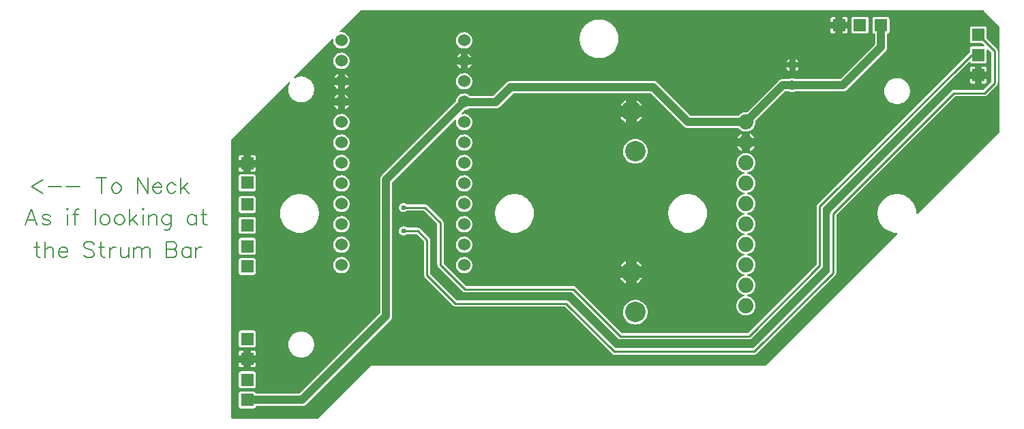
<source format=gtl>
G04 Layer: TopLayer*
G04 EasyEDA v6.5.34, 2023-08-17 23:02:58*
G04 5a32774511aa48568c4b3b3a5df32718,8ef1d5b344d144c2b0b16805c6f0e890,10*
G04 Gerber Generator version 0.2*
G04 Scale: 100 percent, Rotated: No, Reflected: No *
G04 Dimensions in millimeters *
G04 leading zeros omitted , absolute positions ,4 integer and 5 decimal *
%FSLAX45Y45*%
%MOMM*%

%ADD10C,0.2032*%
%ADD11C,1.0000*%
%ADD12C,0.2540*%
%ADD13C,1.1938*%
%ADD14R,1.5748X1.5748*%
%ADD15C,1.8796*%
%ADD16C,1.5240*%
%ADD17C,2.5400*%
%ADD18C,0.6200*%
%ADD19C,0.0114*%

%LPD*%
G36*
X51714Y25908D02*
G01*
X44348Y26771D01*
X39928Y28346D01*
X35915Y30683D01*
X32410Y33832D01*
X29616Y37541D01*
X27584Y41808D01*
X26365Y46329D01*
X25908Y51714D01*
X25908Y3488791D01*
X26670Y3492703D01*
X28905Y3496005D01*
X743915Y4211015D01*
X747318Y4213250D01*
X751382Y4213961D01*
X755345Y4213047D01*
X758647Y4210608D01*
X760730Y4207052D01*
X761238Y4202988D01*
X760069Y4199077D01*
X753973Y4187545D01*
X747522Y4171391D01*
X742848Y4154576D01*
X740054Y4137406D01*
X739089Y4119981D01*
X740054Y4102608D01*
X742848Y4085437D01*
X747522Y4068622D01*
X753973Y4052468D01*
X762152Y4037076D01*
X771906Y4022648D01*
X783183Y4009339D01*
X795832Y3997401D01*
X809701Y3986834D01*
X824636Y3977843D01*
X840435Y3970528D01*
X856945Y3964990D01*
X873963Y3961231D01*
X891286Y3959351D01*
X908710Y3959351D01*
X926033Y3961231D01*
X943051Y3964990D01*
X959561Y3970528D01*
X975360Y3977843D01*
X990295Y3986834D01*
X1004163Y3997401D01*
X1016812Y4009339D01*
X1028090Y4022648D01*
X1037844Y4037076D01*
X1046022Y4052468D01*
X1052474Y4068622D01*
X1057148Y4085437D01*
X1059942Y4102608D01*
X1060907Y4119981D01*
X1059942Y4137406D01*
X1057148Y4154576D01*
X1052474Y4171391D01*
X1046022Y4187545D01*
X1037844Y4202938D01*
X1028090Y4217365D01*
X1016812Y4230674D01*
X1004163Y4242612D01*
X990295Y4253179D01*
X975360Y4262170D01*
X959561Y4269486D01*
X943051Y4275023D01*
X926033Y4278782D01*
X908710Y4280662D01*
X891286Y4280662D01*
X873963Y4278782D01*
X856945Y4275023D01*
X840435Y4269486D01*
X824636Y4262170D01*
X821486Y4260240D01*
X817524Y4258868D01*
X813358Y4259224D01*
X809701Y4261205D01*
X807110Y4264456D01*
X806094Y4268520D01*
X806754Y4272635D01*
X809040Y4276140D01*
X1281277Y4748377D01*
X1284782Y4750663D01*
X1288948Y4751374D01*
X1293012Y4750308D01*
X1296263Y4747717D01*
X1298244Y4744008D01*
X1298549Y4739843D01*
X1298143Y4736795D01*
X1298143Y4723180D01*
X1299972Y4709668D01*
X1303578Y4696510D01*
X1308862Y4683963D01*
X1315821Y4672228D01*
X1324305Y4661509D01*
X1334109Y4652060D01*
X1345082Y4643932D01*
X1357020Y4637379D01*
X1369771Y4632502D01*
X1383030Y4629353D01*
X1396593Y4627981D01*
X1410208Y4628438D01*
X1423670Y4630674D01*
X1436674Y4634738D01*
X1449070Y4640478D01*
X1460550Y4647793D01*
X1470964Y4656632D01*
X1480108Y4666742D01*
X1487830Y4677968D01*
X1493977Y4690160D01*
X1498447Y4703013D01*
X1501190Y4716373D01*
X1502105Y4729988D01*
X1501190Y4743602D01*
X1498447Y4756962D01*
X1493977Y4769866D01*
X1487830Y4782007D01*
X1480108Y4793284D01*
X1470964Y4803394D01*
X1460550Y4812182D01*
X1449070Y4819548D01*
X1436674Y4825288D01*
X1423670Y4829302D01*
X1410208Y4831588D01*
X1396593Y4832045D01*
X1389735Y4831334D01*
X1385620Y4831791D01*
X1382014Y4833823D01*
X1379524Y4837074D01*
X1378559Y4841087D01*
X1379270Y4845202D01*
X1381556Y4848656D01*
X1634032Y5101132D01*
X1637334Y5103317D01*
X1641195Y5104079D01*
X9369704Y5104079D01*
X9373565Y5103317D01*
X9376867Y5101132D01*
X9571126Y4906873D01*
X9573310Y4903571D01*
X9574072Y4899710D01*
X9574072Y3596589D01*
X9573310Y3592728D01*
X9571126Y3589426D01*
X8558123Y2576423D01*
X8554872Y2574239D01*
X8551062Y2573426D01*
X8547252Y2574137D01*
X8543950Y2576169D01*
X8541664Y2579370D01*
X8540750Y2583129D01*
X8539937Y2601620D01*
X8537041Y2623007D01*
X8532215Y2644089D01*
X8525560Y2664663D01*
X8517026Y2684526D01*
X8506815Y2703576D01*
X8494877Y2721610D01*
X8481415Y2738526D01*
X8466480Y2754122D01*
X8450224Y2768346D01*
X8432698Y2781046D01*
X8414156Y2792120D01*
X8394700Y2801518D01*
X8374430Y2809138D01*
X8353602Y2814878D01*
X8332368Y2818739D01*
X8310829Y2820670D01*
X8289188Y2820670D01*
X8267649Y2818739D01*
X8246414Y2814878D01*
X8225586Y2809138D01*
X8205317Y2801518D01*
X8185861Y2792120D01*
X8167319Y2781046D01*
X8149793Y2768346D01*
X8133537Y2754122D01*
X8118602Y2738526D01*
X8105140Y2721610D01*
X8093202Y2703576D01*
X8082991Y2684526D01*
X8074456Y2664663D01*
X8067802Y2644089D01*
X8062975Y2623007D01*
X8060080Y2601620D01*
X8059115Y2579979D01*
X8060080Y2558389D01*
X8062975Y2537002D01*
X8067802Y2515920D01*
X8074456Y2495346D01*
X8082991Y2475484D01*
X8093202Y2456434D01*
X8105140Y2438400D01*
X8118602Y2421483D01*
X8133537Y2405888D01*
X8149793Y2391664D01*
X8167319Y2378964D01*
X8185861Y2367889D01*
X8205317Y2358491D01*
X8225586Y2350871D01*
X8246414Y2345131D01*
X8267649Y2341270D01*
X8289188Y2339340D01*
X8296503Y2339340D01*
X8300415Y2338578D01*
X8303717Y2336393D01*
X8305901Y2333091D01*
X8306663Y2329180D01*
X8305901Y2325319D01*
X8303717Y2322017D01*
X6670497Y688797D01*
X6667195Y686562D01*
X6663283Y685800D01*
X1766316Y685800D01*
X1764588Y685088D01*
X1108405Y28905D01*
X1105103Y26670D01*
X1101191Y25908D01*
G37*

%LPC*%
G36*
X151942Y155448D02*
G01*
X308305Y155448D01*
X314604Y156159D01*
X320090Y158089D01*
X324967Y161137D01*
X329082Y165252D01*
X332079Y170078D01*
X334467Y177190D01*
X336600Y180848D01*
X340004Y183337D01*
X344119Y184200D01*
X910437Y184251D01*
X919276Y185064D01*
X921715Y185470D01*
X930351Y187604D01*
X932687Y188366D01*
X940917Y191770D01*
X943102Y192887D01*
X950721Y197510D01*
X959561Y204571D01*
X2011324Y1256334D01*
X2018385Y1265174D01*
X2023008Y1272794D01*
X2024125Y1274978D01*
X2027529Y1283208D01*
X2028291Y1285544D01*
X2030425Y1294180D01*
X2030831Y1296619D01*
X2031644Y1305458D01*
X2031695Y2964129D01*
X2032457Y2968040D01*
X2034692Y2971342D01*
X2806801Y3743401D01*
X2810306Y3745687D01*
X2814421Y3746398D01*
X2818485Y3745331D01*
X2821736Y3742740D01*
X2823718Y3739032D01*
X2824022Y3734866D01*
X2822143Y3720795D01*
X2822143Y3707180D01*
X2823972Y3693668D01*
X2827578Y3680510D01*
X2832862Y3667963D01*
X2839821Y3656228D01*
X2848305Y3645509D01*
X2858109Y3636060D01*
X2869082Y3627932D01*
X2881020Y3621379D01*
X2893771Y3616502D01*
X2907030Y3613353D01*
X2920593Y3611981D01*
X2934208Y3612438D01*
X2947670Y3614674D01*
X2960674Y3618737D01*
X2973070Y3624478D01*
X2984550Y3631793D01*
X2994964Y3640632D01*
X3004108Y3650742D01*
X3011830Y3661968D01*
X3017977Y3674160D01*
X3022447Y3687013D01*
X3025190Y3700373D01*
X3026105Y3713987D01*
X3025190Y3727602D01*
X3022447Y3740962D01*
X3017977Y3753865D01*
X3011830Y3766007D01*
X3004108Y3777284D01*
X2994964Y3787394D01*
X2984550Y3796182D01*
X2973070Y3803548D01*
X2960674Y3809288D01*
X2947670Y3813301D01*
X2934208Y3815587D01*
X2920593Y3816045D01*
X2907030Y3814673D01*
X2903880Y3813911D01*
X2899511Y3813860D01*
X2895549Y3815587D01*
X2892653Y3818839D01*
X2891383Y3823004D01*
X2891993Y3827322D01*
X2894330Y3830980D01*
X2926791Y3863441D01*
X2929940Y3865575D01*
X2947670Y3868674D01*
X2960674Y3872737D01*
X2973070Y3878478D01*
X2983128Y3884879D01*
X2985719Y3886098D01*
X2988564Y3886504D01*
X3317341Y3886555D01*
X3326180Y3887368D01*
X3328619Y3887774D01*
X3337255Y3889908D01*
X3339592Y3890670D01*
X3347821Y3894074D01*
X3350006Y3895191D01*
X3357626Y3899814D01*
X3366465Y3906875D01*
X3533648Y4074007D01*
X3536950Y4076242D01*
X3540861Y4077004D01*
X5234838Y4077004D01*
X5238750Y4076242D01*
X5242052Y4074007D01*
X5654040Y3662070D01*
X5662879Y3655009D01*
X5670499Y3650386D01*
X5672683Y3649268D01*
X5680913Y3645865D01*
X5683250Y3645103D01*
X5691886Y3642969D01*
X5694324Y3642563D01*
X5703163Y3641750D01*
X6325209Y3641699D01*
X6329324Y3640836D01*
X6332728Y3638346D01*
X6338976Y3631539D01*
X6350152Y3621938D01*
X6362446Y3613810D01*
X6375654Y3607206D01*
X6389573Y3602329D01*
X6404000Y3599129D01*
X6418732Y3597808D01*
X6433464Y3598265D01*
X6448145Y3600551D01*
X6462217Y3604564D01*
X6475831Y3610305D01*
X6488633Y3617671D01*
X6500368Y3626561D01*
X6510985Y3636822D01*
X6520230Y3648354D01*
X6528003Y3660901D01*
X6534150Y3674313D01*
X6538671Y3688384D01*
X6541363Y3702862D01*
X6542278Y3717594D01*
X6541820Y3724808D01*
X6542481Y3729024D01*
X6544767Y3732631D01*
X6906259Y4094124D01*
X6909562Y4096308D01*
X6913422Y4097070D01*
X6958330Y4097070D01*
X6960819Y4096765D01*
X6964476Y4095140D01*
X6975906Y4090873D01*
X6987844Y4088282D01*
X6999986Y4087418D01*
X7012178Y4088282D01*
X7024116Y4090873D01*
X7035546Y4095140D01*
X7039152Y4096765D01*
X7041692Y4097070D01*
X7630058Y4097121D01*
X7638897Y4097985D01*
X7641336Y4098391D01*
X7649972Y4100525D01*
X7652308Y4101287D01*
X7660487Y4104690D01*
X7662722Y4105808D01*
X7670292Y4110380D01*
X7672324Y4111802D01*
X7679181Y4117492D01*
X8158124Y4596434D01*
X8165185Y4605274D01*
X8169808Y4612894D01*
X8170925Y4615078D01*
X8174329Y4623308D01*
X8175091Y4625644D01*
X8177225Y4634280D01*
X8177631Y4636719D01*
X8178444Y4645558D01*
X8178495Y4806746D01*
X8179358Y4810810D01*
X8181746Y4814214D01*
X8185302Y4816348D01*
X8189975Y4817973D01*
X8194852Y4821072D01*
X8198967Y4825136D01*
X8202015Y4830064D01*
X8203946Y4835499D01*
X8204657Y4841849D01*
X8204657Y4998161D01*
X8203946Y5004511D01*
X8202015Y5009946D01*
X8198967Y5014874D01*
X8194852Y5018938D01*
X8189975Y5022037D01*
X8184489Y5023916D01*
X8178190Y5024628D01*
X8021828Y5024628D01*
X8015528Y5023916D01*
X8010042Y5022037D01*
X8005165Y5018938D01*
X8001050Y5014874D01*
X7998002Y5009946D01*
X7996072Y5004511D01*
X7995361Y4998161D01*
X7995361Y4841849D01*
X7996072Y4835499D01*
X7998002Y4830064D01*
X8001050Y4825136D01*
X8005165Y4821072D01*
X8010042Y4817973D01*
X8015528Y4816094D01*
X8017662Y4815840D01*
X8021218Y4814773D01*
X8024114Y4812487D01*
X8026044Y4809337D01*
X8026704Y4805730D01*
X8026704Y4683861D01*
X8025942Y4679950D01*
X8023707Y4676648D01*
X7598918Y4251909D01*
X7595616Y4249674D01*
X7591755Y4248912D01*
X7041692Y4248912D01*
X7039152Y4249216D01*
X7035546Y4250842D01*
X7024116Y4255109D01*
X7012178Y4257700D01*
X6999986Y4258564D01*
X6987844Y4257700D01*
X6975906Y4255109D01*
X6964476Y4250842D01*
X6960819Y4249216D01*
X6958330Y4248912D01*
X6875170Y4248861D01*
X6866280Y4248048D01*
X6855256Y4245457D01*
X6852920Y4244695D01*
X6844690Y4241292D01*
X6842506Y4240174D01*
X6834886Y4235602D01*
X6832853Y4234180D01*
X6826046Y4228490D01*
X6437477Y3840022D01*
X6434023Y3837787D01*
X6429959Y3837076D01*
X6418732Y3837432D01*
X6404000Y3836060D01*
X6389573Y3832910D01*
X6375654Y3827983D01*
X6362446Y3821429D01*
X6350152Y3813251D01*
X6338976Y3803650D01*
X6332728Y3796842D01*
X6329324Y3794353D01*
X6325209Y3793490D01*
X5741466Y3793490D01*
X5737555Y3794251D01*
X5734253Y3796487D01*
X5322265Y4208424D01*
X5313426Y4215485D01*
X5305806Y4220108D01*
X5303621Y4221226D01*
X5295392Y4224629D01*
X5293055Y4225391D01*
X5284419Y4227525D01*
X5281980Y4227931D01*
X5273141Y4228744D01*
X3502558Y4228744D01*
X3493719Y4227931D01*
X3491280Y4227525D01*
X3482644Y4225391D01*
X3480308Y4224629D01*
X3472078Y4221226D01*
X3469894Y4220108D01*
X3462274Y4215485D01*
X3453434Y4208424D01*
X3286251Y4041292D01*
X3282950Y4039057D01*
X3279038Y4038295D01*
X3002280Y4038295D01*
X2998774Y4038955D01*
X2995676Y4040733D01*
X2984550Y4050182D01*
X2973070Y4057548D01*
X2960674Y4063288D01*
X2947670Y4067301D01*
X2934208Y4069587D01*
X2920593Y4070045D01*
X2907030Y4068673D01*
X2893771Y4065524D01*
X2881020Y4060596D01*
X2869082Y4054043D01*
X2858109Y4045965D01*
X2848305Y4036466D01*
X2839821Y4025798D01*
X2832862Y4014063D01*
X2827578Y4001465D01*
X2823972Y3988358D01*
X2822397Y3976674D01*
X2821432Y3973525D01*
X2819501Y3970832D01*
X1900275Y3051556D01*
X1893214Y3042716D01*
X1888591Y3035096D01*
X1887474Y3032912D01*
X1884070Y3024682D01*
X1883308Y3022346D01*
X1881174Y3013710D01*
X1880768Y3011271D01*
X1879955Y3002432D01*
X1879904Y1343761D01*
X1879142Y1339850D01*
X1876907Y1336548D01*
X879348Y338988D01*
X876046Y336753D01*
X872134Y335991D01*
X344119Y335991D01*
X340004Y336854D01*
X336600Y339344D01*
X334467Y343001D01*
X332079Y350113D01*
X329082Y354939D01*
X324967Y359054D01*
X320090Y362102D01*
X314604Y364032D01*
X308305Y364744D01*
X151942Y364744D01*
X145643Y364032D01*
X140157Y362102D01*
X135280Y359054D01*
X131165Y354939D01*
X128117Y350062D01*
X126187Y344576D01*
X125476Y338277D01*
X125476Y181914D01*
X126187Y175615D01*
X128117Y170129D01*
X131165Y165252D01*
X135280Y161137D01*
X140157Y158089D01*
X145643Y156159D01*
G37*
G36*
X151942Y405384D02*
G01*
X308305Y405384D01*
X314604Y406095D01*
X320090Y408025D01*
X324967Y411073D01*
X329082Y415188D01*
X332130Y420065D01*
X334060Y425551D01*
X334772Y431850D01*
X334772Y588213D01*
X334060Y594512D01*
X332130Y599998D01*
X329082Y604875D01*
X324967Y608990D01*
X320090Y612038D01*
X314604Y613968D01*
X308305Y614680D01*
X151942Y614680D01*
X145643Y613968D01*
X140157Y612038D01*
X135280Y608990D01*
X131165Y604875D01*
X128117Y599998D01*
X126187Y594512D01*
X125476Y588213D01*
X125476Y431850D01*
X126187Y425551D01*
X128117Y420065D01*
X131165Y415188D01*
X135280Y411073D01*
X140157Y408025D01*
X145643Y406095D01*
G37*
G36*
X151841Y665327D02*
G01*
X184302Y665327D01*
X184302Y724255D01*
X125374Y724255D01*
X125374Y691845D01*
X126085Y685495D01*
X127965Y680059D01*
X131064Y675132D01*
X135128Y671068D01*
X140055Y667969D01*
X145491Y666089D01*
G37*
G36*
X275742Y665327D02*
G01*
X308152Y665327D01*
X314502Y666089D01*
X319938Y667969D01*
X324866Y671068D01*
X328930Y675132D01*
X332028Y680059D01*
X333908Y685495D01*
X334670Y691845D01*
X334670Y724255D01*
X275742Y724255D01*
G37*
G36*
X891286Y789330D02*
G01*
X908710Y789330D01*
X926033Y791260D01*
X943051Y794969D01*
X959561Y800557D01*
X975360Y807872D01*
X990295Y816864D01*
X1004163Y827379D01*
X1016812Y839368D01*
X1028090Y852627D01*
X1037844Y867054D01*
X1046022Y882446D01*
X1052474Y898652D01*
X1057148Y915416D01*
X1059942Y932637D01*
X1060907Y950010D01*
X1059942Y967384D01*
X1057148Y984605D01*
X1052474Y1001369D01*
X1046022Y1017574D01*
X1037844Y1032967D01*
X1028090Y1047394D01*
X1016812Y1060653D01*
X1004163Y1072642D01*
X990295Y1083157D01*
X975360Y1092149D01*
X959561Y1099464D01*
X943051Y1105052D01*
X926033Y1108760D01*
X908710Y1110691D01*
X891286Y1110691D01*
X873963Y1108760D01*
X856945Y1105052D01*
X840435Y1099464D01*
X824636Y1092149D01*
X809701Y1083157D01*
X795832Y1072642D01*
X783183Y1060653D01*
X771906Y1047394D01*
X762152Y1032967D01*
X753973Y1017574D01*
X747522Y1001369D01*
X742848Y984605D01*
X740054Y967384D01*
X739089Y950010D01*
X740054Y932637D01*
X742848Y915416D01*
X747522Y898652D01*
X753973Y882446D01*
X762152Y867054D01*
X771906Y852627D01*
X783183Y839368D01*
X795832Y827379D01*
X809701Y816864D01*
X824636Y807872D01*
X840435Y800557D01*
X856945Y794969D01*
X873963Y791260D01*
G37*
G36*
X125374Y815695D02*
G01*
X184302Y815695D01*
X184302Y874623D01*
X151841Y874623D01*
X145491Y873912D01*
X140055Y872032D01*
X135128Y868934D01*
X131064Y864869D01*
X127965Y859942D01*
X126085Y854506D01*
X125374Y848156D01*
G37*
G36*
X275742Y815695D02*
G01*
X334670Y815695D01*
X334670Y848156D01*
X333908Y854506D01*
X332028Y859942D01*
X328930Y864869D01*
X324866Y868934D01*
X319938Y872032D01*
X314502Y873912D01*
X308152Y874623D01*
X275742Y874623D01*
G37*
G36*
X4788408Y824992D02*
G01*
X6527292Y824992D01*
X6535318Y825804D01*
X6542531Y827989D01*
X6549237Y831545D01*
X6555435Y836676D01*
X7532624Y1813864D01*
X7537754Y1820062D01*
X7541310Y1826768D01*
X7543495Y1833981D01*
X7544308Y1842007D01*
X7544308Y2557881D01*
X7545070Y2561793D01*
X7547305Y2565095D01*
X9017304Y4035094D01*
X9020606Y4037329D01*
X9024518Y4038092D01*
X9384792Y4038092D01*
X9392818Y4038904D01*
X9400032Y4041089D01*
X9406737Y4044645D01*
X9412935Y4049776D01*
X9539224Y4176064D01*
X9544354Y4182262D01*
X9547910Y4188968D01*
X9550095Y4196181D01*
X9550908Y4204208D01*
X9550908Y4597196D01*
X9550095Y4605223D01*
X9547910Y4612436D01*
X9544354Y4619091D01*
X9539224Y4625340D01*
X9417608Y4746955D01*
X9415424Y4750257D01*
X9414662Y4754168D01*
X9414662Y4878171D01*
X9413900Y4884470D01*
X9412020Y4889957D01*
X9408922Y4894834D01*
X9404858Y4898948D01*
X9399930Y4901996D01*
X9394494Y4903927D01*
X9388144Y4904638D01*
X9231833Y4904638D01*
X9225483Y4903927D01*
X9220047Y4901996D01*
X9215120Y4898948D01*
X9211056Y4894834D01*
X9207957Y4889957D01*
X9206077Y4884470D01*
X9205366Y4878171D01*
X9205366Y4721809D01*
X9206077Y4715510D01*
X9207957Y4710023D01*
X9211056Y4705146D01*
X9215120Y4701032D01*
X9220047Y4697984D01*
X9225483Y4696053D01*
X9231833Y4695342D01*
X9355836Y4695342D01*
X9359696Y4694580D01*
X9362998Y4692345D01*
X9383369Y4671974D01*
X9385604Y4668723D01*
X9386366Y4664811D01*
X9385604Y4660900D01*
X9383369Y4657648D01*
X9380067Y4655413D01*
X9376206Y4654651D01*
X9231833Y4654651D01*
X9225483Y4653940D01*
X9220047Y4652010D01*
X9215120Y4648962D01*
X9211056Y4644847D01*
X9207957Y4639970D01*
X9206077Y4634484D01*
X9205366Y4628184D01*
X9205366Y4589475D01*
X9204350Y4585106D01*
X9201607Y4581601D01*
X9195968Y4576927D01*
X7313675Y2694635D01*
X7308545Y2688437D01*
X7304989Y2681732D01*
X7302804Y2674518D01*
X7301992Y2666492D01*
X7301992Y1950618D01*
X7301230Y1946706D01*
X7298994Y1943404D01*
X6451295Y1095705D01*
X6447993Y1093470D01*
X6444081Y1092708D01*
X4884318Y1092708D01*
X4880406Y1093470D01*
X4877104Y1095705D01*
X4307535Y1665224D01*
X4301337Y1670354D01*
X4294632Y1673910D01*
X4287418Y1676095D01*
X4279392Y1676907D01*
X2953918Y1676907D01*
X2950006Y1677670D01*
X2946704Y1679905D01*
X2670505Y1956104D01*
X2668270Y1959406D01*
X2667508Y1963318D01*
X2667508Y2463292D01*
X2666695Y2471318D01*
X2664510Y2478532D01*
X2660954Y2485237D01*
X2655824Y2491435D01*
X2466035Y2681224D01*
X2459837Y2686354D01*
X2453132Y2689910D01*
X2445918Y2692095D01*
X2437892Y2692908D01*
X2217521Y2692908D01*
X2213559Y2693720D01*
X2201519Y2702712D01*
X2192883Y2707081D01*
X2183688Y2709875D01*
X2174138Y2711145D01*
X2164486Y2710688D01*
X2155037Y2708656D01*
X2146096Y2705100D01*
X2137867Y2700020D01*
X2130653Y2693670D01*
X2124557Y2686151D01*
X2119884Y2677718D01*
X2116683Y2668625D01*
X2115058Y2659126D01*
X2115058Y2649474D01*
X2116683Y2639974D01*
X2119884Y2630881D01*
X2124557Y2622448D01*
X2130653Y2614930D01*
X2137867Y2608580D01*
X2146096Y2603500D01*
X2155037Y2599944D01*
X2164486Y2597912D01*
X2174138Y2597454D01*
X2183688Y2598724D01*
X2192883Y2601518D01*
X2201519Y2605887D01*
X2213559Y2614879D01*
X2217521Y2615692D01*
X2418181Y2615692D01*
X2422093Y2614930D01*
X2425395Y2612694D01*
X2587294Y2450795D01*
X2589530Y2447493D01*
X2590292Y2443581D01*
X2590292Y1943607D01*
X2591104Y1935581D01*
X2593289Y1928368D01*
X2596845Y1921662D01*
X2601976Y1915464D01*
X2906064Y1611376D01*
X2912262Y1606245D01*
X2918968Y1602689D01*
X2926181Y1600504D01*
X2934208Y1599692D01*
X4259681Y1599692D01*
X4263593Y1598930D01*
X4266895Y1596694D01*
X4836464Y1027176D01*
X4842662Y1022045D01*
X4849368Y1018489D01*
X4856581Y1016304D01*
X4864608Y1015492D01*
X6463792Y1015492D01*
X6471818Y1016304D01*
X6479032Y1018489D01*
X6485737Y1022045D01*
X6491935Y1027176D01*
X7367524Y1902764D01*
X7372654Y1908962D01*
X7376210Y1915668D01*
X7378395Y1922881D01*
X7379208Y1930907D01*
X7379208Y2646781D01*
X7379970Y2650693D01*
X7382205Y2653995D01*
X9191396Y4463237D01*
X9194444Y4465320D01*
X9197949Y4466183D01*
X9201607Y4465726D01*
X9204858Y4464050D01*
X9207246Y4461357D01*
X9211106Y4455109D01*
X9215120Y4451045D01*
X9220047Y4447997D01*
X9225483Y4446066D01*
X9231833Y4445355D01*
X9388144Y4445355D01*
X9394494Y4446066D01*
X9399930Y4447997D01*
X9404858Y4451045D01*
X9408922Y4455160D01*
X9412020Y4460036D01*
X9413900Y4465523D01*
X9414662Y4471822D01*
X9414662Y4616196D01*
X9415424Y4620107D01*
X9417608Y4623409D01*
X9420910Y4625594D01*
X9424822Y4626356D01*
X9428683Y4625594D01*
X9431985Y4623409D01*
X9470694Y4584649D01*
X9472930Y4581347D01*
X9473692Y4577486D01*
X9473692Y4223918D01*
X9472930Y4220006D01*
X9470694Y4216704D01*
X9372295Y4118305D01*
X9368993Y4116070D01*
X9365081Y4115308D01*
X9004808Y4115308D01*
X8996781Y4114495D01*
X8989568Y4112310D01*
X8982862Y4108754D01*
X8976664Y4103624D01*
X7478775Y2605735D01*
X7473645Y2599537D01*
X7470089Y2592832D01*
X7467904Y2585618D01*
X7467092Y2577592D01*
X7467092Y1861718D01*
X7466330Y1857806D01*
X7464094Y1854504D01*
X6514795Y905205D01*
X6511493Y902969D01*
X6507581Y902208D01*
X4808118Y902208D01*
X4804206Y902969D01*
X4800904Y905205D01*
X4218635Y1487424D01*
X4212437Y1492554D01*
X4205732Y1496110D01*
X4198518Y1498295D01*
X4190492Y1499108D01*
X2839618Y1499108D01*
X2835706Y1499870D01*
X2832404Y1502105D01*
X2505405Y1829104D01*
X2503170Y1832406D01*
X2502408Y1836318D01*
X2502408Y2247392D01*
X2501595Y2255418D01*
X2499410Y2262632D01*
X2495854Y2269337D01*
X2490724Y2275535D01*
X2377135Y2389124D01*
X2370937Y2394254D01*
X2364232Y2397810D01*
X2357018Y2399995D01*
X2348992Y2400808D01*
X2217521Y2400808D01*
X2213559Y2401620D01*
X2201519Y2410612D01*
X2192883Y2414981D01*
X2183688Y2417775D01*
X2174138Y2419045D01*
X2164486Y2418588D01*
X2155037Y2416556D01*
X2146096Y2413000D01*
X2137867Y2407920D01*
X2130653Y2401570D01*
X2124557Y2394051D01*
X2119884Y2385618D01*
X2116683Y2376525D01*
X2115058Y2367026D01*
X2115058Y2357374D01*
X2116683Y2347874D01*
X2119884Y2338781D01*
X2124557Y2330348D01*
X2130653Y2322830D01*
X2137867Y2316480D01*
X2146096Y2311400D01*
X2155037Y2307844D01*
X2164486Y2305812D01*
X2174138Y2305354D01*
X2183688Y2306624D01*
X2192883Y2309418D01*
X2201519Y2313787D01*
X2213559Y2322779D01*
X2217521Y2323592D01*
X2329281Y2323592D01*
X2333193Y2322830D01*
X2336495Y2320594D01*
X2422194Y2234895D01*
X2424430Y2231593D01*
X2425192Y2227681D01*
X2425192Y1816607D01*
X2426004Y1808581D01*
X2428189Y1801368D01*
X2431745Y1794662D01*
X2436876Y1788464D01*
X2791764Y1433576D01*
X2797962Y1428445D01*
X2804668Y1424889D01*
X2811881Y1422704D01*
X2819908Y1421892D01*
X4170781Y1421892D01*
X4174693Y1421130D01*
X4177995Y1418894D01*
X4760264Y836676D01*
X4766462Y831545D01*
X4773168Y827989D01*
X4780381Y825804D01*
G37*
G36*
X151942Y915416D02*
G01*
X308305Y915416D01*
X314604Y916127D01*
X320090Y918057D01*
X324967Y921105D01*
X329082Y925220D01*
X332130Y930097D01*
X334060Y935583D01*
X334772Y941882D01*
X334772Y1098245D01*
X334060Y1104544D01*
X332130Y1110030D01*
X329082Y1114907D01*
X324967Y1119022D01*
X320090Y1122070D01*
X314604Y1124000D01*
X308305Y1124712D01*
X151942Y1124712D01*
X145643Y1124000D01*
X140157Y1122070D01*
X135280Y1119022D01*
X131165Y1114907D01*
X128117Y1110030D01*
X126187Y1104544D01*
X125476Y1098245D01*
X125476Y941882D01*
X126187Y935583D01*
X128117Y930097D01*
X131165Y925220D01*
X135280Y921105D01*
X140157Y918057D01*
X145643Y916127D01*
G37*
G36*
X5049570Y1198168D02*
G01*
X5066385Y1199134D01*
X5082997Y1201877D01*
X5099202Y1206449D01*
X5114848Y1212799D01*
X5129631Y1220825D01*
X5143500Y1230426D01*
X5156200Y1241501D01*
X5167579Y1253896D01*
X5177586Y1267460D01*
X5186019Y1282039D01*
X5192776Y1297482D01*
X5197805Y1313535D01*
X5201005Y1330096D01*
X5202428Y1346860D01*
X5201970Y1363726D01*
X5199634Y1380388D01*
X5195519Y1396695D01*
X5189575Y1412494D01*
X5182006Y1427530D01*
X5172760Y1441602D01*
X5162092Y1454607D01*
X5150002Y1466392D01*
X5136692Y1476705D01*
X5122367Y1485544D01*
X5107127Y1492758D01*
X5091176Y1498193D01*
X5074767Y1501902D01*
X5058003Y1503730D01*
X5041138Y1503730D01*
X5024424Y1501902D01*
X5007965Y1498193D01*
X4992065Y1492758D01*
X4976825Y1485544D01*
X4962448Y1476705D01*
X4949190Y1466392D01*
X4937099Y1454607D01*
X4926380Y1441602D01*
X4917186Y1427530D01*
X4909566Y1412494D01*
X4903673Y1396695D01*
X4899507Y1380388D01*
X4897221Y1363726D01*
X4896764Y1346860D01*
X4898136Y1330096D01*
X4901387Y1313535D01*
X4906416Y1297482D01*
X4913172Y1282039D01*
X4921605Y1267460D01*
X4931562Y1253896D01*
X4942992Y1241501D01*
X4955692Y1230426D01*
X4969510Y1220825D01*
X4984343Y1212799D01*
X4999939Y1206449D01*
X5016144Y1201877D01*
X5032756Y1199134D01*
G37*
G36*
X6418732Y1311808D02*
G01*
X6433464Y1312265D01*
X6448044Y1314500D01*
X6462217Y1318564D01*
X6475831Y1324305D01*
X6488633Y1331671D01*
X6500368Y1340561D01*
X6510985Y1350822D01*
X6520230Y1362354D01*
X6528003Y1374902D01*
X6534150Y1388313D01*
X6538671Y1402384D01*
X6541363Y1416862D01*
X6542278Y1431594D01*
X6541363Y1446326D01*
X6538671Y1460855D01*
X6534150Y1474876D01*
X6528003Y1488287D01*
X6520230Y1500835D01*
X6510985Y1512366D01*
X6500368Y1522628D01*
X6488633Y1531518D01*
X6475831Y1538884D01*
X6462217Y1544675D01*
X6447586Y1548841D01*
X6443726Y1550873D01*
X6441135Y1554378D01*
X6440170Y1558594D01*
X6441135Y1562862D01*
X6443726Y1566316D01*
X6447586Y1568348D01*
X6462217Y1572564D01*
X6475831Y1578305D01*
X6488633Y1585671D01*
X6500368Y1594561D01*
X6510985Y1604822D01*
X6520230Y1616354D01*
X6528003Y1628901D01*
X6534150Y1642313D01*
X6538671Y1656384D01*
X6541363Y1670862D01*
X6542278Y1685594D01*
X6541363Y1700326D01*
X6538671Y1714855D01*
X6534150Y1728876D01*
X6528003Y1742287D01*
X6520230Y1754835D01*
X6510985Y1766366D01*
X6500368Y1776628D01*
X6488633Y1785518D01*
X6475831Y1792884D01*
X6462217Y1798675D01*
X6447586Y1802841D01*
X6443726Y1804873D01*
X6441135Y1808378D01*
X6440170Y1812594D01*
X6441135Y1816862D01*
X6443726Y1820316D01*
X6447586Y1822348D01*
X6462217Y1826564D01*
X6475831Y1832305D01*
X6488633Y1839671D01*
X6500368Y1848561D01*
X6510985Y1858822D01*
X6520230Y1870354D01*
X6528003Y1882902D01*
X6534150Y1896313D01*
X6538671Y1910384D01*
X6541363Y1924862D01*
X6542278Y1939594D01*
X6541363Y1954326D01*
X6538671Y1968855D01*
X6534150Y1982876D01*
X6528003Y1996287D01*
X6520230Y2008835D01*
X6510985Y2020366D01*
X6500368Y2030628D01*
X6488633Y2039518D01*
X6475831Y2046884D01*
X6462217Y2052675D01*
X6447586Y2056841D01*
X6443726Y2058873D01*
X6441135Y2062378D01*
X6440170Y2066594D01*
X6441135Y2070862D01*
X6443726Y2074316D01*
X6447586Y2076348D01*
X6462217Y2080564D01*
X6475831Y2086305D01*
X6488633Y2093671D01*
X6500368Y2102561D01*
X6510985Y2112822D01*
X6520230Y2124354D01*
X6528003Y2136902D01*
X6534150Y2150313D01*
X6538671Y2164384D01*
X6541363Y2178862D01*
X6542278Y2193594D01*
X6541363Y2208326D01*
X6538671Y2222855D01*
X6534150Y2236876D01*
X6528003Y2250287D01*
X6520230Y2262835D01*
X6510985Y2274366D01*
X6500368Y2284628D01*
X6488633Y2293518D01*
X6475831Y2300884D01*
X6462217Y2306675D01*
X6447586Y2310841D01*
X6443726Y2312873D01*
X6441135Y2316378D01*
X6440170Y2320594D01*
X6441135Y2324862D01*
X6443726Y2328316D01*
X6447586Y2330348D01*
X6462217Y2334564D01*
X6475831Y2340305D01*
X6488633Y2347671D01*
X6500368Y2356561D01*
X6510985Y2366822D01*
X6520230Y2378354D01*
X6528003Y2390902D01*
X6534150Y2404313D01*
X6538671Y2418384D01*
X6541363Y2432862D01*
X6542278Y2447594D01*
X6541363Y2462326D01*
X6538671Y2476855D01*
X6534150Y2490876D01*
X6528003Y2504287D01*
X6520230Y2516835D01*
X6510985Y2528366D01*
X6500368Y2538628D01*
X6488633Y2547518D01*
X6475831Y2554884D01*
X6462217Y2560675D01*
X6447586Y2564841D01*
X6443726Y2566873D01*
X6441135Y2570378D01*
X6440170Y2574594D01*
X6441135Y2578862D01*
X6443726Y2582316D01*
X6447586Y2584348D01*
X6462217Y2588564D01*
X6475831Y2594305D01*
X6488633Y2601671D01*
X6500368Y2610561D01*
X6510985Y2620822D01*
X6520230Y2632354D01*
X6528003Y2644902D01*
X6534150Y2658313D01*
X6538671Y2672384D01*
X6541363Y2686862D01*
X6542278Y2701594D01*
X6541363Y2716326D01*
X6538671Y2730855D01*
X6534150Y2744876D01*
X6528003Y2758287D01*
X6520230Y2770835D01*
X6510985Y2782366D01*
X6500368Y2792628D01*
X6488633Y2801518D01*
X6475831Y2808884D01*
X6462217Y2814675D01*
X6447586Y2818841D01*
X6443726Y2820873D01*
X6441135Y2824378D01*
X6440170Y2828594D01*
X6441135Y2832862D01*
X6443726Y2836316D01*
X6447586Y2838348D01*
X6462217Y2842564D01*
X6475831Y2848305D01*
X6488633Y2855671D01*
X6500368Y2864561D01*
X6510985Y2874822D01*
X6520230Y2886354D01*
X6528003Y2898902D01*
X6534150Y2912313D01*
X6538671Y2926384D01*
X6541363Y2940862D01*
X6542278Y2955594D01*
X6541363Y2970326D01*
X6538671Y2984855D01*
X6534150Y2998876D01*
X6528003Y3012287D01*
X6520230Y3024835D01*
X6510985Y3036366D01*
X6500368Y3046628D01*
X6488633Y3055518D01*
X6475831Y3062884D01*
X6462217Y3068675D01*
X6447586Y3072841D01*
X6443726Y3074873D01*
X6441135Y3078378D01*
X6440170Y3082594D01*
X6441135Y3086862D01*
X6443726Y3090316D01*
X6447586Y3092348D01*
X6462217Y3096564D01*
X6475831Y3102305D01*
X6488633Y3109671D01*
X6500368Y3118561D01*
X6510985Y3128822D01*
X6520230Y3140354D01*
X6528003Y3152902D01*
X6534150Y3166313D01*
X6538671Y3180384D01*
X6541363Y3194862D01*
X6542278Y3209594D01*
X6541363Y3224326D01*
X6538671Y3238855D01*
X6534150Y3252876D01*
X6528003Y3266287D01*
X6520230Y3278835D01*
X6510985Y3290366D01*
X6500368Y3300628D01*
X6488633Y3309518D01*
X6475831Y3316884D01*
X6462217Y3322675D01*
X6448044Y3326688D01*
X6433464Y3328974D01*
X6418732Y3329432D01*
X6404000Y3328060D01*
X6389573Y3324910D01*
X6375654Y3319983D01*
X6362446Y3313429D01*
X6350152Y3305251D01*
X6338976Y3295650D01*
X6329019Y3284728D01*
X6320485Y3272688D01*
X6313525Y3259683D01*
X6308191Y3245916D01*
X6304584Y3231642D01*
X6302756Y3216960D01*
X6302756Y3202228D01*
X6304584Y3187598D01*
X6308191Y3173272D01*
X6313525Y3159506D01*
X6320485Y3146501D01*
X6329019Y3134461D01*
X6338976Y3123539D01*
X6350152Y3113938D01*
X6362446Y3105810D01*
X6375654Y3099206D01*
X6389573Y3094329D01*
X6397752Y3092500D01*
X6401308Y3090976D01*
X6404051Y3088182D01*
X6405524Y3084576D01*
X6405524Y3080664D01*
X6404051Y3077006D01*
X6401308Y3074212D01*
X6397752Y3072688D01*
X6389573Y3070910D01*
X6375654Y3065983D01*
X6362446Y3059430D01*
X6350152Y3051251D01*
X6338976Y3041650D01*
X6329019Y3030728D01*
X6320485Y3018688D01*
X6313525Y3005683D01*
X6308191Y2991916D01*
X6304584Y2977642D01*
X6302756Y2962960D01*
X6302756Y2948228D01*
X6304584Y2933598D01*
X6308191Y2919272D01*
X6313525Y2905506D01*
X6320485Y2892501D01*
X6329019Y2880461D01*
X6338976Y2869539D01*
X6350152Y2859938D01*
X6362446Y2851810D01*
X6375654Y2845206D01*
X6389573Y2840329D01*
X6397752Y2838500D01*
X6401308Y2836976D01*
X6404051Y2834182D01*
X6405524Y2830576D01*
X6405524Y2826664D01*
X6404051Y2823006D01*
X6401308Y2820212D01*
X6397752Y2818688D01*
X6389573Y2816910D01*
X6375654Y2811983D01*
X6362446Y2805430D01*
X6350152Y2797251D01*
X6338976Y2787650D01*
X6329019Y2776728D01*
X6320485Y2764688D01*
X6313525Y2751683D01*
X6308191Y2737916D01*
X6304584Y2723642D01*
X6302756Y2708960D01*
X6302756Y2694228D01*
X6304584Y2679598D01*
X6308191Y2665272D01*
X6313525Y2651506D01*
X6320485Y2638501D01*
X6329019Y2626461D01*
X6338976Y2615539D01*
X6350152Y2605938D01*
X6362446Y2597810D01*
X6375654Y2591206D01*
X6389573Y2586329D01*
X6397752Y2584500D01*
X6401308Y2582976D01*
X6404051Y2580182D01*
X6405524Y2576576D01*
X6405524Y2572664D01*
X6404051Y2569006D01*
X6401308Y2566212D01*
X6397752Y2564688D01*
X6389573Y2562910D01*
X6375654Y2557983D01*
X6362446Y2551430D01*
X6350152Y2543251D01*
X6338976Y2533650D01*
X6329019Y2522728D01*
X6320485Y2510688D01*
X6313525Y2497683D01*
X6308191Y2483916D01*
X6304584Y2469642D01*
X6302756Y2454960D01*
X6302756Y2440228D01*
X6304584Y2425598D01*
X6308191Y2411272D01*
X6313525Y2397506D01*
X6320485Y2384501D01*
X6329019Y2372461D01*
X6338976Y2361539D01*
X6350152Y2351938D01*
X6362446Y2343810D01*
X6375654Y2337206D01*
X6389573Y2332329D01*
X6397752Y2330500D01*
X6401308Y2328976D01*
X6404051Y2326182D01*
X6405524Y2322576D01*
X6405524Y2318664D01*
X6404051Y2315006D01*
X6401308Y2312212D01*
X6397752Y2310688D01*
X6389573Y2308910D01*
X6375654Y2303983D01*
X6362446Y2297430D01*
X6350152Y2289251D01*
X6338976Y2279650D01*
X6329019Y2268728D01*
X6320485Y2256688D01*
X6313525Y2243683D01*
X6308191Y2229916D01*
X6304584Y2215642D01*
X6302756Y2200960D01*
X6302756Y2186228D01*
X6304584Y2171598D01*
X6308191Y2157272D01*
X6313525Y2143506D01*
X6320485Y2130501D01*
X6329019Y2118461D01*
X6338976Y2107539D01*
X6350152Y2097938D01*
X6362446Y2089810D01*
X6375654Y2083206D01*
X6389573Y2078329D01*
X6397752Y2076500D01*
X6401308Y2074976D01*
X6404051Y2072182D01*
X6405524Y2068575D01*
X6405524Y2064664D01*
X6404051Y2061006D01*
X6401308Y2058212D01*
X6397752Y2056688D01*
X6389573Y2054910D01*
X6375654Y2049983D01*
X6362446Y2043430D01*
X6350152Y2035251D01*
X6338976Y2025650D01*
X6329019Y2014728D01*
X6320485Y2002688D01*
X6313525Y1989683D01*
X6308191Y1975916D01*
X6304584Y1961642D01*
X6302756Y1946960D01*
X6302756Y1932228D01*
X6304584Y1917598D01*
X6308191Y1903272D01*
X6313525Y1889506D01*
X6320485Y1876501D01*
X6329019Y1864461D01*
X6338976Y1853539D01*
X6350152Y1843938D01*
X6362446Y1835810D01*
X6375654Y1829206D01*
X6389573Y1824329D01*
X6397752Y1822500D01*
X6401308Y1820976D01*
X6404051Y1818182D01*
X6405524Y1814575D01*
X6405524Y1810664D01*
X6404051Y1807006D01*
X6401308Y1804212D01*
X6397752Y1802688D01*
X6389573Y1800910D01*
X6375654Y1795983D01*
X6362446Y1789430D01*
X6350152Y1781251D01*
X6338976Y1771650D01*
X6329019Y1760728D01*
X6320485Y1748688D01*
X6313525Y1735683D01*
X6308191Y1721916D01*
X6304584Y1707642D01*
X6302756Y1692960D01*
X6302756Y1678228D01*
X6304584Y1663598D01*
X6308191Y1649272D01*
X6313525Y1635506D01*
X6320485Y1622501D01*
X6329019Y1610461D01*
X6338976Y1599539D01*
X6350152Y1589938D01*
X6362446Y1581810D01*
X6375654Y1575206D01*
X6389573Y1570329D01*
X6397752Y1568500D01*
X6401308Y1566976D01*
X6404051Y1564182D01*
X6405524Y1560576D01*
X6405524Y1556664D01*
X6404051Y1553006D01*
X6401308Y1550212D01*
X6397752Y1548688D01*
X6389573Y1546910D01*
X6375654Y1541983D01*
X6362446Y1535430D01*
X6350152Y1527251D01*
X6338976Y1517650D01*
X6329019Y1506728D01*
X6320485Y1494688D01*
X6313525Y1481683D01*
X6308191Y1467916D01*
X6304584Y1453642D01*
X6302756Y1438960D01*
X6302756Y1424228D01*
X6304584Y1409598D01*
X6308191Y1395272D01*
X6313525Y1381506D01*
X6320485Y1368501D01*
X6329019Y1356461D01*
X6338976Y1345539D01*
X6350152Y1335938D01*
X6362446Y1327810D01*
X6375654Y1321206D01*
X6389573Y1316329D01*
X6404000Y1313129D01*
G37*
G36*
X5068620Y1713077D02*
G01*
X5071567Y1714449D01*
X5085892Y1723288D01*
X5099202Y1733600D01*
X5111292Y1745386D01*
X5121960Y1758391D01*
X5131206Y1772462D01*
X5134508Y1779066D01*
X5068620Y1779066D01*
G37*
G36*
X4928920Y1713077D02*
G01*
X4928920Y1779066D01*
X4863033Y1779066D01*
X4866386Y1772462D01*
X4875580Y1758391D01*
X4886299Y1745386D01*
X4898390Y1733600D01*
X4911648Y1723288D01*
X4926025Y1714449D01*
G37*
G36*
X151942Y1815338D02*
G01*
X308305Y1815338D01*
X314604Y1816049D01*
X320090Y1817979D01*
X324967Y1821027D01*
X329082Y1825142D01*
X332130Y1830019D01*
X334060Y1835505D01*
X334772Y1841804D01*
X334772Y1998167D01*
X334060Y2004466D01*
X332130Y2009952D01*
X329082Y2014829D01*
X324967Y2018944D01*
X320090Y2021992D01*
X314604Y2023922D01*
X308305Y2024634D01*
X151942Y2024634D01*
X145643Y2023922D01*
X140157Y2021992D01*
X135280Y2018944D01*
X131165Y2014829D01*
X128117Y2009952D01*
X126187Y2004466D01*
X125476Y1998167D01*
X125476Y1841804D01*
X126187Y1835505D01*
X128117Y1830019D01*
X131165Y1825142D01*
X135280Y1821027D01*
X140157Y1817979D01*
X145643Y1816049D01*
G37*
G36*
X1396593Y1833981D02*
G01*
X1410208Y1834438D01*
X1423670Y1836674D01*
X1436674Y1840738D01*
X1449070Y1846478D01*
X1460550Y1853793D01*
X1470964Y1862632D01*
X1480108Y1872742D01*
X1487830Y1883968D01*
X1493977Y1896160D01*
X1498447Y1909013D01*
X1501190Y1922373D01*
X1502105Y1935988D01*
X1501190Y1949602D01*
X1498447Y1962962D01*
X1493977Y1975866D01*
X1487830Y1988007D01*
X1480108Y1999284D01*
X1470964Y2009393D01*
X1460550Y2018182D01*
X1449070Y2025548D01*
X1436674Y2031288D01*
X1423670Y2035302D01*
X1410208Y2037588D01*
X1396593Y2038045D01*
X1383030Y2036673D01*
X1369771Y2033524D01*
X1357020Y2028596D01*
X1345082Y2022043D01*
X1334109Y2013966D01*
X1324305Y2004466D01*
X1315821Y1993798D01*
X1308862Y1982063D01*
X1303578Y1969465D01*
X1299972Y1956358D01*
X1298143Y1942795D01*
X1298143Y1929180D01*
X1299972Y1915668D01*
X1303578Y1902510D01*
X1308862Y1889963D01*
X1315821Y1878228D01*
X1324305Y1867509D01*
X1334109Y1858060D01*
X1345082Y1849932D01*
X1357020Y1843379D01*
X1369771Y1838502D01*
X1383030Y1835353D01*
G37*
G36*
X2920593Y1833981D02*
G01*
X2934208Y1834438D01*
X2947670Y1836674D01*
X2960674Y1840738D01*
X2973070Y1846478D01*
X2984550Y1853793D01*
X2994964Y1862632D01*
X3004108Y1872742D01*
X3011830Y1883968D01*
X3017977Y1896160D01*
X3022447Y1909013D01*
X3025190Y1922373D01*
X3026105Y1935988D01*
X3025190Y1949602D01*
X3022447Y1962962D01*
X3017977Y1975866D01*
X3011830Y1988007D01*
X3004108Y1999284D01*
X2994964Y2009393D01*
X2984550Y2018182D01*
X2973070Y2025548D01*
X2960674Y2031288D01*
X2947670Y2035302D01*
X2934208Y2037588D01*
X2920593Y2038045D01*
X2907030Y2036673D01*
X2893771Y2033524D01*
X2881020Y2028596D01*
X2869082Y2022043D01*
X2858109Y2013966D01*
X2848305Y2004466D01*
X2839821Y1993798D01*
X2832862Y1982063D01*
X2827578Y1969465D01*
X2823972Y1956358D01*
X2822143Y1942795D01*
X2822143Y1929180D01*
X2823972Y1915668D01*
X2827578Y1902510D01*
X2832862Y1889963D01*
X2839821Y1878228D01*
X2848305Y1867509D01*
X2858109Y1858060D01*
X2869082Y1849932D01*
X2881020Y1843379D01*
X2893771Y1838502D01*
X2907030Y1835353D01*
G37*
G36*
X4862830Y1918766D02*
G01*
X4928920Y1918766D01*
X4928920Y1984705D01*
X4918710Y1979168D01*
X4904892Y1969566D01*
X4892192Y1958492D01*
X4880762Y1946097D01*
X4870805Y1932533D01*
G37*
G36*
X5068620Y1918766D02*
G01*
X5134711Y1918766D01*
X5126786Y1932533D01*
X5116779Y1946097D01*
X5105400Y1958492D01*
X5092700Y1969566D01*
X5078831Y1979168D01*
X5068620Y1984705D01*
G37*
G36*
X151942Y2065274D02*
G01*
X308305Y2065274D01*
X314604Y2065985D01*
X320090Y2067915D01*
X324967Y2070963D01*
X329082Y2075078D01*
X332130Y2079955D01*
X334060Y2085441D01*
X334772Y2091740D01*
X334772Y2248103D01*
X334060Y2254402D01*
X332130Y2259888D01*
X329082Y2264765D01*
X324967Y2268880D01*
X320090Y2271928D01*
X314604Y2273858D01*
X308305Y2274570D01*
X151942Y2274570D01*
X145643Y2273858D01*
X140157Y2271928D01*
X135280Y2268880D01*
X131165Y2264765D01*
X128117Y2259888D01*
X126187Y2254402D01*
X125476Y2248103D01*
X125476Y2091740D01*
X126187Y2085441D01*
X128117Y2079955D01*
X131165Y2075078D01*
X135280Y2070963D01*
X140157Y2067915D01*
X145643Y2065985D01*
G37*
G36*
X1396593Y2087981D02*
G01*
X1410208Y2088438D01*
X1423670Y2090674D01*
X1436674Y2094738D01*
X1449070Y2100478D01*
X1460550Y2107793D01*
X1470964Y2116632D01*
X1480108Y2126742D01*
X1487830Y2137968D01*
X1493977Y2150160D01*
X1498447Y2163013D01*
X1501190Y2176373D01*
X1502105Y2189988D01*
X1501190Y2203602D01*
X1498447Y2216962D01*
X1493977Y2229866D01*
X1487830Y2242007D01*
X1480108Y2253284D01*
X1470964Y2263394D01*
X1460550Y2272182D01*
X1449070Y2279548D01*
X1436674Y2285288D01*
X1423670Y2289302D01*
X1410208Y2291588D01*
X1396593Y2292045D01*
X1383030Y2290673D01*
X1369771Y2287524D01*
X1357020Y2282596D01*
X1345082Y2276043D01*
X1334109Y2267966D01*
X1324305Y2258466D01*
X1315821Y2247798D01*
X1308862Y2236063D01*
X1303578Y2223465D01*
X1299972Y2210358D01*
X1298143Y2196795D01*
X1298143Y2183180D01*
X1299972Y2169668D01*
X1303578Y2156510D01*
X1308862Y2143963D01*
X1315821Y2132228D01*
X1324305Y2121509D01*
X1334109Y2112060D01*
X1345082Y2103932D01*
X1357020Y2097379D01*
X1369771Y2092502D01*
X1383030Y2089353D01*
G37*
G36*
X2920593Y2087981D02*
G01*
X2934208Y2088438D01*
X2947670Y2090674D01*
X2960674Y2094738D01*
X2973070Y2100478D01*
X2984550Y2107793D01*
X2994964Y2116632D01*
X3004108Y2126742D01*
X3011830Y2137968D01*
X3017977Y2150160D01*
X3022447Y2163013D01*
X3025190Y2176373D01*
X3026105Y2189988D01*
X3025190Y2203602D01*
X3022447Y2216962D01*
X3017977Y2229866D01*
X3011830Y2242007D01*
X3004108Y2253284D01*
X2994964Y2263394D01*
X2984550Y2272182D01*
X2973070Y2279548D01*
X2960674Y2285288D01*
X2947670Y2289302D01*
X2934208Y2291588D01*
X2920593Y2292045D01*
X2907030Y2290673D01*
X2893771Y2287524D01*
X2881020Y2282596D01*
X2869082Y2276043D01*
X2858109Y2267966D01*
X2848305Y2258466D01*
X2839821Y2247798D01*
X2832862Y2236063D01*
X2827578Y2223465D01*
X2823972Y2210358D01*
X2822143Y2196795D01*
X2822143Y2183180D01*
X2823972Y2169668D01*
X2827578Y2156510D01*
X2832862Y2143963D01*
X2839821Y2132228D01*
X2848305Y2121509D01*
X2858109Y2112060D01*
X2869082Y2103932D01*
X2881020Y2097379D01*
X2893771Y2092502D01*
X2907030Y2089353D01*
G37*
G36*
X151942Y2325370D02*
G01*
X308305Y2325370D01*
X314604Y2326081D01*
X320090Y2328011D01*
X324967Y2331059D01*
X329082Y2335174D01*
X332130Y2340051D01*
X334060Y2345537D01*
X334772Y2351836D01*
X334772Y2508199D01*
X334060Y2514498D01*
X332130Y2519984D01*
X329082Y2524861D01*
X324967Y2528976D01*
X320090Y2532024D01*
X314604Y2533954D01*
X308305Y2534666D01*
X151942Y2534666D01*
X145643Y2533954D01*
X140157Y2532024D01*
X135280Y2528976D01*
X131165Y2524861D01*
X128117Y2519984D01*
X126187Y2514498D01*
X125476Y2508199D01*
X125476Y2351836D01*
X126187Y2345537D01*
X128117Y2340051D01*
X131165Y2335174D01*
X135280Y2331059D01*
X140157Y2328011D01*
X145643Y2326081D01*
G37*
G36*
X869187Y2339340D02*
G01*
X890828Y2339340D01*
X912368Y2341270D01*
X933602Y2345131D01*
X954430Y2350871D01*
X974699Y2358491D01*
X994156Y2367889D01*
X1012698Y2378964D01*
X1030224Y2391664D01*
X1046480Y2405888D01*
X1061415Y2421483D01*
X1074877Y2438400D01*
X1086815Y2456434D01*
X1097026Y2475484D01*
X1105560Y2495346D01*
X1112215Y2515920D01*
X1117041Y2537002D01*
X1119936Y2558389D01*
X1120902Y2579979D01*
X1119936Y2601620D01*
X1117041Y2623007D01*
X1112215Y2644089D01*
X1105560Y2664663D01*
X1097026Y2684526D01*
X1086815Y2703576D01*
X1074877Y2721610D01*
X1061415Y2738526D01*
X1046480Y2754122D01*
X1030224Y2768346D01*
X1012698Y2781046D01*
X994156Y2792120D01*
X974699Y2801518D01*
X954430Y2809138D01*
X933602Y2814878D01*
X912368Y2818739D01*
X890828Y2820670D01*
X869187Y2820670D01*
X847648Y2818739D01*
X826414Y2814878D01*
X805586Y2809138D01*
X785317Y2801518D01*
X765860Y2792120D01*
X747318Y2781046D01*
X729792Y2768346D01*
X713536Y2754122D01*
X698601Y2738526D01*
X685139Y2721610D01*
X673201Y2703576D01*
X662990Y2684526D01*
X654456Y2664663D01*
X647801Y2644089D01*
X642975Y2623007D01*
X640080Y2601620D01*
X639114Y2579979D01*
X640080Y2558389D01*
X642975Y2537002D01*
X647801Y2515920D01*
X654456Y2495346D01*
X662990Y2475484D01*
X673201Y2456434D01*
X685139Y2438400D01*
X698601Y2421483D01*
X713536Y2405888D01*
X729792Y2391664D01*
X747318Y2378964D01*
X765860Y2367889D01*
X785317Y2358491D01*
X805586Y2350871D01*
X826414Y2345131D01*
X847648Y2341270D01*
G37*
G36*
X5689193Y2339340D02*
G01*
X5710783Y2339340D01*
X5732322Y2341270D01*
X5753608Y2345131D01*
X5774436Y2350871D01*
X5794654Y2358491D01*
X5814161Y2367889D01*
X5832703Y2378964D01*
X5850178Y2391664D01*
X5866485Y2405888D01*
X5881420Y2421483D01*
X5894882Y2438400D01*
X5906770Y2456434D01*
X5917031Y2475484D01*
X5925515Y2495346D01*
X5932220Y2515920D01*
X5936996Y2537002D01*
X5939942Y2558389D01*
X5940907Y2579979D01*
X5939942Y2601620D01*
X5936996Y2623007D01*
X5932220Y2644089D01*
X5925515Y2664663D01*
X5917031Y2684526D01*
X5906770Y2703576D01*
X5894882Y2721610D01*
X5881420Y2738526D01*
X5866485Y2754122D01*
X5850178Y2768346D01*
X5832703Y2781046D01*
X5814161Y2792120D01*
X5794654Y2801518D01*
X5774436Y2809138D01*
X5753608Y2814878D01*
X5732322Y2818739D01*
X5710783Y2820670D01*
X5689193Y2820670D01*
X5667654Y2818739D01*
X5646369Y2814878D01*
X5625541Y2809138D01*
X5605322Y2801518D01*
X5585815Y2792120D01*
X5567273Y2781046D01*
X5549798Y2768346D01*
X5533491Y2754122D01*
X5518556Y2738526D01*
X5505094Y2721610D01*
X5493207Y2703576D01*
X5482945Y2684526D01*
X5474462Y2664663D01*
X5467756Y2644089D01*
X5462981Y2623007D01*
X5460034Y2601620D01*
X5459069Y2579979D01*
X5460034Y2558389D01*
X5462981Y2537002D01*
X5467756Y2515920D01*
X5474462Y2495346D01*
X5482945Y2475484D01*
X5493207Y2456434D01*
X5505094Y2438400D01*
X5518556Y2421483D01*
X5533491Y2405888D01*
X5549798Y2391664D01*
X5567273Y2378964D01*
X5585815Y2367889D01*
X5605322Y2358491D01*
X5625541Y2350871D01*
X5646369Y2345131D01*
X5667654Y2341270D01*
G37*
G36*
X3539185Y2339340D02*
G01*
X3560826Y2339340D01*
X3582365Y2341270D01*
X3603599Y2345131D01*
X3624427Y2350871D01*
X3644696Y2358491D01*
X3664153Y2367889D01*
X3682695Y2378964D01*
X3700221Y2391664D01*
X3716477Y2405888D01*
X3731412Y2421483D01*
X3744874Y2438400D01*
X3756812Y2456434D01*
X3767023Y2475484D01*
X3775557Y2495346D01*
X3782212Y2515920D01*
X3787038Y2537002D01*
X3789934Y2558389D01*
X3790899Y2579979D01*
X3789934Y2601620D01*
X3787038Y2623007D01*
X3782212Y2644089D01*
X3775557Y2664663D01*
X3767023Y2684526D01*
X3756812Y2703576D01*
X3744874Y2721610D01*
X3731412Y2738526D01*
X3716477Y2754122D01*
X3700221Y2768346D01*
X3682695Y2781046D01*
X3664153Y2792120D01*
X3644696Y2801518D01*
X3624427Y2809138D01*
X3603599Y2814878D01*
X3582365Y2818739D01*
X3560826Y2820670D01*
X3539185Y2820670D01*
X3517646Y2818739D01*
X3496411Y2814878D01*
X3475583Y2809138D01*
X3455314Y2801518D01*
X3435858Y2792120D01*
X3417315Y2781046D01*
X3399790Y2768346D01*
X3383534Y2754122D01*
X3368598Y2738526D01*
X3355136Y2721610D01*
X3343198Y2703576D01*
X3332987Y2684526D01*
X3324453Y2664663D01*
X3317798Y2644089D01*
X3312972Y2623007D01*
X3310077Y2601620D01*
X3309112Y2579979D01*
X3310077Y2558389D01*
X3312972Y2537002D01*
X3317798Y2515920D01*
X3324453Y2495346D01*
X3332987Y2475484D01*
X3343198Y2456434D01*
X3355136Y2438400D01*
X3368598Y2421483D01*
X3383534Y2405888D01*
X3399790Y2391664D01*
X3417315Y2378964D01*
X3435858Y2367889D01*
X3455314Y2358491D01*
X3475583Y2350871D01*
X3496411Y2345131D01*
X3517646Y2341270D01*
G37*
G36*
X1396593Y2341981D02*
G01*
X1410208Y2342438D01*
X1423670Y2344674D01*
X1436674Y2348738D01*
X1449070Y2354478D01*
X1460550Y2361793D01*
X1470964Y2370632D01*
X1480108Y2380742D01*
X1487830Y2391968D01*
X1493977Y2404160D01*
X1498447Y2417013D01*
X1501190Y2430373D01*
X1502105Y2443988D01*
X1501190Y2457602D01*
X1498447Y2470962D01*
X1493977Y2483866D01*
X1487830Y2496007D01*
X1480108Y2507284D01*
X1470964Y2517394D01*
X1460550Y2526182D01*
X1449070Y2533548D01*
X1436674Y2539288D01*
X1423670Y2543302D01*
X1410208Y2545588D01*
X1396593Y2546045D01*
X1383030Y2544673D01*
X1369771Y2541524D01*
X1357020Y2536596D01*
X1345082Y2530043D01*
X1334109Y2521966D01*
X1324305Y2512466D01*
X1315821Y2501798D01*
X1308862Y2490063D01*
X1303578Y2477465D01*
X1299972Y2464358D01*
X1298143Y2450795D01*
X1298143Y2437180D01*
X1299972Y2423668D01*
X1303578Y2410510D01*
X1308862Y2397963D01*
X1315821Y2386228D01*
X1324305Y2375509D01*
X1334109Y2366060D01*
X1345082Y2357932D01*
X1357020Y2351379D01*
X1369771Y2346502D01*
X1383030Y2343353D01*
G37*
G36*
X2920593Y2341981D02*
G01*
X2934208Y2342438D01*
X2947670Y2344674D01*
X2960674Y2348738D01*
X2973070Y2354478D01*
X2984550Y2361793D01*
X2994964Y2370632D01*
X3004108Y2380742D01*
X3011830Y2391968D01*
X3017977Y2404160D01*
X3022447Y2417013D01*
X3025190Y2430373D01*
X3026105Y2443988D01*
X3025190Y2457602D01*
X3022447Y2470962D01*
X3017977Y2483866D01*
X3011830Y2496007D01*
X3004108Y2507284D01*
X2994964Y2517394D01*
X2984550Y2526182D01*
X2973070Y2533548D01*
X2960674Y2539288D01*
X2947670Y2543302D01*
X2934208Y2545588D01*
X2920593Y2546045D01*
X2907030Y2544673D01*
X2893771Y2541524D01*
X2881020Y2536596D01*
X2869082Y2530043D01*
X2858109Y2521966D01*
X2848305Y2512466D01*
X2839821Y2501798D01*
X2832862Y2490063D01*
X2827578Y2477465D01*
X2823972Y2464358D01*
X2822143Y2450795D01*
X2822143Y2437180D01*
X2823972Y2423668D01*
X2827578Y2410510D01*
X2832862Y2397963D01*
X2839821Y2386228D01*
X2848305Y2375509D01*
X2858109Y2366060D01*
X2869082Y2357932D01*
X2881020Y2351379D01*
X2893771Y2346502D01*
X2907030Y2343353D01*
G37*
G36*
X151942Y2585466D02*
G01*
X308305Y2585466D01*
X314604Y2586177D01*
X320090Y2588107D01*
X324967Y2591155D01*
X329082Y2595270D01*
X332130Y2600147D01*
X334060Y2605633D01*
X334772Y2611932D01*
X334772Y2768295D01*
X334060Y2774594D01*
X332130Y2780080D01*
X329082Y2784957D01*
X324967Y2789072D01*
X320090Y2792120D01*
X314604Y2794050D01*
X308305Y2794762D01*
X151942Y2794762D01*
X145643Y2794050D01*
X140157Y2792120D01*
X135280Y2789072D01*
X131165Y2784957D01*
X128117Y2780080D01*
X126187Y2774594D01*
X125476Y2768295D01*
X125476Y2611932D01*
X126187Y2605633D01*
X128117Y2600147D01*
X131165Y2595270D01*
X135280Y2591155D01*
X140157Y2588107D01*
X145643Y2586177D01*
G37*
G36*
X1396593Y2595981D02*
G01*
X1410208Y2596438D01*
X1423670Y2598674D01*
X1436674Y2602738D01*
X1449070Y2608478D01*
X1460550Y2615793D01*
X1470964Y2624632D01*
X1480108Y2634742D01*
X1487830Y2645968D01*
X1493977Y2658160D01*
X1498447Y2671013D01*
X1501190Y2684373D01*
X1502105Y2697988D01*
X1501190Y2711602D01*
X1498447Y2724962D01*
X1493977Y2737866D01*
X1487830Y2750007D01*
X1480108Y2761284D01*
X1470964Y2771394D01*
X1460550Y2780182D01*
X1449070Y2787548D01*
X1436674Y2793288D01*
X1423670Y2797302D01*
X1410208Y2799588D01*
X1396593Y2800045D01*
X1383030Y2798673D01*
X1369771Y2795524D01*
X1357020Y2790596D01*
X1345082Y2784043D01*
X1334109Y2775966D01*
X1324305Y2766466D01*
X1315821Y2755798D01*
X1308862Y2744063D01*
X1303578Y2731465D01*
X1299972Y2718358D01*
X1298143Y2704795D01*
X1298143Y2691180D01*
X1299972Y2677668D01*
X1303578Y2664510D01*
X1308862Y2651963D01*
X1315821Y2640228D01*
X1324305Y2629509D01*
X1334109Y2620060D01*
X1345082Y2611932D01*
X1357020Y2605379D01*
X1369771Y2600502D01*
X1383030Y2597353D01*
G37*
G36*
X2920593Y2595981D02*
G01*
X2934208Y2596438D01*
X2947670Y2598674D01*
X2960674Y2602738D01*
X2973070Y2608478D01*
X2984550Y2615793D01*
X2994964Y2624632D01*
X3004108Y2634742D01*
X3011830Y2645968D01*
X3017977Y2658160D01*
X3022447Y2671013D01*
X3025190Y2684373D01*
X3026105Y2697988D01*
X3025190Y2711602D01*
X3022447Y2724962D01*
X3017977Y2737866D01*
X3011830Y2750007D01*
X3004108Y2761284D01*
X2994964Y2771394D01*
X2984550Y2780182D01*
X2973070Y2787548D01*
X2960674Y2793288D01*
X2947670Y2797302D01*
X2934208Y2799588D01*
X2920593Y2800045D01*
X2907030Y2798673D01*
X2893771Y2795524D01*
X2881020Y2790596D01*
X2869082Y2784043D01*
X2858109Y2775966D01*
X2848305Y2766466D01*
X2839821Y2755798D01*
X2832862Y2744063D01*
X2827578Y2731465D01*
X2823972Y2718358D01*
X2822143Y2704795D01*
X2822143Y2691180D01*
X2823972Y2677668D01*
X2827578Y2664510D01*
X2832862Y2651963D01*
X2839821Y2640228D01*
X2848305Y2629509D01*
X2858109Y2620060D01*
X2869082Y2611932D01*
X2881020Y2605379D01*
X2893771Y2600502D01*
X2907030Y2597353D01*
G37*
G36*
X1396593Y2849981D02*
G01*
X1410208Y2850438D01*
X1423670Y2852674D01*
X1436674Y2856738D01*
X1449070Y2862478D01*
X1460550Y2869793D01*
X1470964Y2878632D01*
X1480108Y2888742D01*
X1487830Y2899968D01*
X1493977Y2912160D01*
X1498447Y2925013D01*
X1501190Y2938373D01*
X1502105Y2951988D01*
X1501190Y2965602D01*
X1498447Y2978962D01*
X1493977Y2991866D01*
X1487830Y3004007D01*
X1480108Y3015284D01*
X1470964Y3025394D01*
X1460550Y3034182D01*
X1449070Y3041548D01*
X1436674Y3047288D01*
X1423670Y3051302D01*
X1410208Y3053588D01*
X1396593Y3054045D01*
X1383030Y3052673D01*
X1369771Y3049524D01*
X1357020Y3044596D01*
X1345082Y3038043D01*
X1334109Y3029966D01*
X1324305Y3020466D01*
X1315821Y3009798D01*
X1308862Y2998063D01*
X1303578Y2985465D01*
X1299972Y2972358D01*
X1298143Y2958795D01*
X1298143Y2945180D01*
X1299972Y2931668D01*
X1303578Y2918510D01*
X1308862Y2905963D01*
X1315821Y2894228D01*
X1324305Y2883509D01*
X1334109Y2874060D01*
X1345082Y2865932D01*
X1357020Y2859379D01*
X1369771Y2854502D01*
X1383030Y2851353D01*
G37*
G36*
X2920593Y2849981D02*
G01*
X2934208Y2850438D01*
X2947670Y2852674D01*
X2960674Y2856738D01*
X2973070Y2862478D01*
X2984550Y2869793D01*
X2994964Y2878632D01*
X3004108Y2888742D01*
X3011830Y2899968D01*
X3017977Y2912160D01*
X3022447Y2925013D01*
X3025190Y2938373D01*
X3026105Y2951988D01*
X3025190Y2965602D01*
X3022447Y2978962D01*
X3017977Y2991866D01*
X3011830Y3004007D01*
X3004108Y3015284D01*
X2994964Y3025394D01*
X2984550Y3034182D01*
X2973070Y3041548D01*
X2960674Y3047288D01*
X2947670Y3051302D01*
X2934208Y3053588D01*
X2920593Y3054045D01*
X2907030Y3052673D01*
X2893771Y3049524D01*
X2881020Y3044596D01*
X2869082Y3038043D01*
X2858109Y3029966D01*
X2848305Y3020466D01*
X2839821Y3009798D01*
X2832862Y2998063D01*
X2827578Y2985465D01*
X2823972Y2972358D01*
X2822143Y2958795D01*
X2822143Y2945180D01*
X2823972Y2931668D01*
X2827578Y2918510D01*
X2832862Y2905963D01*
X2839821Y2894228D01*
X2848305Y2883509D01*
X2858109Y2874060D01*
X2869082Y2865932D01*
X2881020Y2859379D01*
X2893771Y2854502D01*
X2907030Y2851353D01*
G37*
G36*
X151942Y2855214D02*
G01*
X308305Y2855214D01*
X314604Y2855925D01*
X320090Y2857855D01*
X324967Y2860903D01*
X329082Y2865018D01*
X332130Y2869895D01*
X334060Y2875381D01*
X334772Y2881680D01*
X334772Y3038043D01*
X334060Y3044342D01*
X332130Y3049828D01*
X329082Y3054705D01*
X324967Y3058820D01*
X320090Y3061868D01*
X314604Y3063798D01*
X308305Y3064510D01*
X151942Y3064510D01*
X145643Y3063798D01*
X140157Y3061868D01*
X135280Y3058820D01*
X131165Y3054705D01*
X128117Y3049828D01*
X126187Y3044342D01*
X125476Y3038043D01*
X125476Y2881680D01*
X126187Y2875381D01*
X128117Y2869895D01*
X131165Y2865018D01*
X135280Y2860903D01*
X140157Y2857855D01*
X145643Y2855925D01*
G37*
G36*
X151942Y3095244D02*
G01*
X184404Y3095244D01*
X184404Y3154172D01*
X125476Y3154172D01*
X125476Y3121710D01*
X126187Y3115411D01*
X128117Y3109925D01*
X131165Y3105048D01*
X135280Y3100933D01*
X140157Y3097885D01*
X145643Y3095955D01*
G37*
G36*
X275844Y3095244D02*
G01*
X308305Y3095244D01*
X314604Y3095955D01*
X320090Y3097885D01*
X324967Y3100933D01*
X329082Y3105048D01*
X332130Y3109925D01*
X334060Y3115411D01*
X334772Y3121710D01*
X334772Y3154172D01*
X275844Y3154172D01*
G37*
G36*
X1396593Y3103981D02*
G01*
X1410208Y3104438D01*
X1423670Y3106674D01*
X1436674Y3110738D01*
X1449070Y3116478D01*
X1460550Y3123793D01*
X1470964Y3132632D01*
X1480108Y3142742D01*
X1487830Y3153968D01*
X1493977Y3166160D01*
X1498447Y3179013D01*
X1501190Y3192373D01*
X1502105Y3205988D01*
X1501190Y3219602D01*
X1498447Y3232962D01*
X1493977Y3245866D01*
X1487830Y3258007D01*
X1480108Y3269284D01*
X1470964Y3279394D01*
X1460550Y3288182D01*
X1449070Y3295548D01*
X1436674Y3301288D01*
X1423670Y3305301D01*
X1410208Y3307587D01*
X1396593Y3308045D01*
X1383030Y3306673D01*
X1369771Y3303524D01*
X1357020Y3298596D01*
X1345082Y3292043D01*
X1334109Y3283965D01*
X1324305Y3274466D01*
X1315821Y3263798D01*
X1308862Y3252063D01*
X1303578Y3239465D01*
X1299972Y3226358D01*
X1298143Y3212795D01*
X1298143Y3199180D01*
X1299972Y3185668D01*
X1303578Y3172510D01*
X1308862Y3159963D01*
X1315821Y3148228D01*
X1324305Y3137509D01*
X1334109Y3128060D01*
X1345082Y3119932D01*
X1357020Y3113379D01*
X1369771Y3108502D01*
X1383030Y3105353D01*
G37*
G36*
X2920593Y3103981D02*
G01*
X2934208Y3104438D01*
X2947670Y3106674D01*
X2960674Y3110738D01*
X2973070Y3116478D01*
X2984550Y3123793D01*
X2994964Y3132632D01*
X3004108Y3142742D01*
X3011830Y3153968D01*
X3017977Y3166160D01*
X3022447Y3179013D01*
X3025190Y3192373D01*
X3026105Y3205988D01*
X3025190Y3219602D01*
X3022447Y3232962D01*
X3017977Y3245866D01*
X3011830Y3258007D01*
X3004108Y3269284D01*
X2994964Y3279394D01*
X2984550Y3288182D01*
X2973070Y3295548D01*
X2960674Y3301288D01*
X2947670Y3305301D01*
X2934208Y3307587D01*
X2920593Y3308045D01*
X2907030Y3306673D01*
X2893771Y3303524D01*
X2881020Y3298596D01*
X2869082Y3292043D01*
X2858109Y3283965D01*
X2848305Y3274466D01*
X2839821Y3263798D01*
X2832862Y3252063D01*
X2827578Y3239465D01*
X2823972Y3226358D01*
X2822143Y3212795D01*
X2822143Y3199180D01*
X2823972Y3185668D01*
X2827578Y3172510D01*
X2832862Y3159963D01*
X2839821Y3148228D01*
X2848305Y3137509D01*
X2858109Y3128060D01*
X2869082Y3119932D01*
X2881020Y3113379D01*
X2893771Y3108502D01*
X2907030Y3105353D01*
G37*
G36*
X5049570Y3198164D02*
G01*
X5066385Y3199130D01*
X5082997Y3201873D01*
X5099202Y3206496D01*
X5114848Y3212795D01*
X5129631Y3220821D01*
X5143500Y3230422D01*
X5156200Y3241497D01*
X5167579Y3253892D01*
X5177586Y3267456D01*
X5186019Y3282035D01*
X5192776Y3297478D01*
X5197805Y3313531D01*
X5201005Y3330092D01*
X5202428Y3346856D01*
X5201970Y3363722D01*
X5199634Y3380384D01*
X5195519Y3396742D01*
X5189575Y3412490D01*
X5182006Y3427526D01*
X5172760Y3441649D01*
X5162092Y3454654D01*
X5150002Y3466388D01*
X5136692Y3476701D01*
X5122367Y3485540D01*
X5107127Y3492754D01*
X5091176Y3498189D01*
X5074767Y3501898D01*
X5058003Y3503726D01*
X5041138Y3503726D01*
X5024424Y3501898D01*
X5007965Y3498189D01*
X4992065Y3492754D01*
X4976825Y3485540D01*
X4962448Y3476701D01*
X4949190Y3466388D01*
X4937099Y3454654D01*
X4926380Y3441649D01*
X4917186Y3427526D01*
X4909566Y3412490D01*
X4903673Y3396742D01*
X4899507Y3380384D01*
X4897221Y3363722D01*
X4896764Y3346856D01*
X4898136Y3330092D01*
X4901387Y3313531D01*
X4906416Y3297478D01*
X4913172Y3282035D01*
X4921605Y3267456D01*
X4931562Y3253892D01*
X4942992Y3241497D01*
X4955692Y3230422D01*
X4969510Y3220821D01*
X4984343Y3212795D01*
X4999939Y3206496D01*
X5016144Y3201873D01*
X5032756Y3199130D01*
G37*
G36*
X125476Y3245612D02*
G01*
X184404Y3245612D01*
X184404Y3304540D01*
X151942Y3304540D01*
X145643Y3303828D01*
X140157Y3301898D01*
X135280Y3298850D01*
X131165Y3294735D01*
X128117Y3289858D01*
X126187Y3284372D01*
X125476Y3278073D01*
G37*
G36*
X275844Y3245612D02*
G01*
X334772Y3245612D01*
X334772Y3278073D01*
X334060Y3284372D01*
X332130Y3289858D01*
X329082Y3294735D01*
X324967Y3298850D01*
X320090Y3301898D01*
X314604Y3303828D01*
X308305Y3304540D01*
X275844Y3304540D01*
G37*
G36*
X6475730Y3356254D02*
G01*
X6488633Y3363671D01*
X6500368Y3372561D01*
X6510985Y3382822D01*
X6520230Y3394354D01*
X6528003Y3406901D01*
X6529578Y3410254D01*
X6475730Y3410254D01*
G37*
G36*
X6369050Y3356508D02*
G01*
X6369050Y3410254D01*
X6315252Y3410254D01*
X6320485Y3400501D01*
X6329019Y3388461D01*
X6338976Y3377539D01*
X6350152Y3367938D01*
X6362446Y3359810D01*
G37*
G36*
X1396593Y3357981D02*
G01*
X1410208Y3358438D01*
X1423670Y3360674D01*
X1436674Y3364737D01*
X1449070Y3370478D01*
X1460550Y3377793D01*
X1470964Y3386632D01*
X1480108Y3396742D01*
X1487830Y3407968D01*
X1493977Y3420160D01*
X1498447Y3433013D01*
X1501190Y3446373D01*
X1502105Y3459987D01*
X1501190Y3473602D01*
X1498447Y3486962D01*
X1493977Y3499865D01*
X1487830Y3512007D01*
X1480108Y3523284D01*
X1470964Y3533394D01*
X1460550Y3542182D01*
X1449070Y3549548D01*
X1436674Y3555288D01*
X1423670Y3559301D01*
X1410208Y3561587D01*
X1396593Y3562045D01*
X1383030Y3560673D01*
X1369771Y3557524D01*
X1357020Y3552596D01*
X1345082Y3546043D01*
X1334109Y3537965D01*
X1324305Y3528466D01*
X1315821Y3517798D01*
X1308862Y3506063D01*
X1303578Y3493465D01*
X1299972Y3480358D01*
X1298143Y3466795D01*
X1298143Y3453180D01*
X1299972Y3439668D01*
X1303578Y3426510D01*
X1308862Y3413963D01*
X1315821Y3402228D01*
X1324305Y3391509D01*
X1334109Y3382060D01*
X1345082Y3373932D01*
X1357020Y3367379D01*
X1369771Y3362502D01*
X1383030Y3359353D01*
G37*
G36*
X2920593Y3357981D02*
G01*
X2934208Y3358438D01*
X2947670Y3360674D01*
X2960674Y3364737D01*
X2973070Y3370478D01*
X2984550Y3377793D01*
X2994964Y3386632D01*
X3004108Y3396742D01*
X3011830Y3407968D01*
X3017977Y3420160D01*
X3022447Y3433013D01*
X3025190Y3446373D01*
X3026105Y3459987D01*
X3025190Y3473602D01*
X3022447Y3486962D01*
X3017977Y3499865D01*
X3011830Y3512007D01*
X3004108Y3523284D01*
X2994964Y3533394D01*
X2984550Y3542182D01*
X2973070Y3549548D01*
X2960674Y3555288D01*
X2947670Y3559301D01*
X2934208Y3561587D01*
X2920593Y3562045D01*
X2907030Y3560673D01*
X2893771Y3557524D01*
X2881020Y3552596D01*
X2869082Y3546043D01*
X2858109Y3537965D01*
X2848305Y3528466D01*
X2839821Y3517798D01*
X2832862Y3506063D01*
X2827578Y3493465D01*
X2823972Y3480358D01*
X2822143Y3466795D01*
X2822143Y3453180D01*
X2823972Y3439668D01*
X2827578Y3426510D01*
X2832862Y3413963D01*
X2839821Y3402228D01*
X2848305Y3391509D01*
X2858109Y3382060D01*
X2869082Y3373932D01*
X2881020Y3367379D01*
X2893771Y3362502D01*
X2907030Y3359353D01*
G37*
G36*
X6315252Y3516934D02*
G01*
X6369050Y3516934D01*
X6369050Y3570681D01*
X6362446Y3567429D01*
X6350152Y3559251D01*
X6338976Y3549650D01*
X6329019Y3538728D01*
X6320485Y3526688D01*
G37*
G36*
X6475730Y3516934D02*
G01*
X6529578Y3516934D01*
X6528003Y3520287D01*
X6520230Y3532835D01*
X6510985Y3544366D01*
X6500368Y3554628D01*
X6488633Y3563518D01*
X6475730Y3570935D01*
G37*
G36*
X1396593Y3611981D02*
G01*
X1410208Y3612438D01*
X1423670Y3614674D01*
X1436674Y3618737D01*
X1449070Y3624478D01*
X1460550Y3631793D01*
X1470964Y3640632D01*
X1480108Y3650742D01*
X1487830Y3661968D01*
X1493977Y3674160D01*
X1498447Y3687013D01*
X1501190Y3700373D01*
X1502105Y3713987D01*
X1501190Y3727602D01*
X1498447Y3740962D01*
X1493977Y3753865D01*
X1487830Y3766007D01*
X1480108Y3777284D01*
X1470964Y3787394D01*
X1460550Y3796182D01*
X1449070Y3803548D01*
X1436674Y3809288D01*
X1423670Y3813301D01*
X1410208Y3815587D01*
X1396593Y3816045D01*
X1383030Y3814673D01*
X1369771Y3811524D01*
X1357020Y3806596D01*
X1345082Y3800043D01*
X1334109Y3791965D01*
X1324305Y3782466D01*
X1315821Y3771798D01*
X1308862Y3760063D01*
X1303578Y3747465D01*
X1299972Y3734358D01*
X1298143Y3720795D01*
X1298143Y3707180D01*
X1299972Y3693668D01*
X1303578Y3680510D01*
X1308862Y3667963D01*
X1315821Y3656228D01*
X1324305Y3645509D01*
X1334109Y3636060D01*
X1345082Y3627932D01*
X1357020Y3621379D01*
X1369771Y3616502D01*
X1383030Y3613353D01*
G37*
G36*
X4928920Y3713073D02*
G01*
X4928920Y3779062D01*
X4863033Y3779062D01*
X4866386Y3772458D01*
X4875580Y3758387D01*
X4886299Y3745382D01*
X4898390Y3733647D01*
X4911648Y3723284D01*
X4926025Y3714445D01*
G37*
G36*
X5068620Y3713073D02*
G01*
X5071567Y3714445D01*
X5085892Y3723284D01*
X5099202Y3733647D01*
X5111292Y3745382D01*
X5121960Y3758387D01*
X5131206Y3772458D01*
X5134508Y3779062D01*
X5068620Y3779062D01*
G37*
G36*
X1355547Y3876192D02*
G01*
X1355547Y3923537D01*
X1308201Y3923537D01*
X1308862Y3921963D01*
X1315821Y3910228D01*
X1324305Y3899509D01*
X1334109Y3890060D01*
X1345082Y3881932D01*
G37*
G36*
X1444447Y3876344D02*
G01*
X1449070Y3878478D01*
X1460550Y3885793D01*
X1470964Y3894632D01*
X1480108Y3904742D01*
X1487830Y3915968D01*
X1491640Y3923537D01*
X1444447Y3923537D01*
G37*
G36*
X5068620Y3918762D02*
G01*
X5134711Y3918762D01*
X5126786Y3932529D01*
X5116779Y3946093D01*
X5105400Y3958488D01*
X5092700Y3969562D01*
X5078831Y3979164D01*
X5068620Y3984701D01*
G37*
G36*
X4862830Y3918762D02*
G01*
X4928920Y3918762D01*
X4928920Y3984701D01*
X4918710Y3979164D01*
X4904892Y3969562D01*
X4892192Y3958488D01*
X4880762Y3946093D01*
X4870805Y3932529D01*
G37*
G36*
X8291322Y3939336D02*
G01*
X8308695Y3939336D01*
X8326018Y3941216D01*
X8343036Y3944975D01*
X8359546Y3950512D01*
X8375396Y3957828D01*
X8390280Y3966819D01*
X8404148Y3977386D01*
X8416798Y3989324D01*
X8428075Y4002633D01*
X8437880Y4017060D01*
X8446008Y4032453D01*
X8452459Y4048607D01*
X8457133Y4065422D01*
X8459978Y4082592D01*
X8460892Y4099966D01*
X8459978Y4117390D01*
X8457133Y4134561D01*
X8452459Y4151376D01*
X8446008Y4167530D01*
X8437880Y4182922D01*
X8428075Y4197350D01*
X8416798Y4210659D01*
X8404148Y4222597D01*
X8390280Y4233164D01*
X8375396Y4242155D01*
X8359546Y4249470D01*
X8343036Y4255008D01*
X8326018Y4258767D01*
X8308695Y4260646D01*
X8291322Y4260646D01*
X8273999Y4258767D01*
X8256981Y4255008D01*
X8240471Y4249470D01*
X8224621Y4242155D01*
X8209737Y4233164D01*
X8195868Y4222597D01*
X8183219Y4210659D01*
X8171942Y4197350D01*
X8162137Y4182922D01*
X8154009Y4167530D01*
X8147558Y4151376D01*
X8142884Y4134561D01*
X8140039Y4117390D01*
X8139125Y4099966D01*
X8140039Y4082592D01*
X8142884Y4065422D01*
X8147558Y4048607D01*
X8154009Y4032453D01*
X8162137Y4017060D01*
X8171942Y4002633D01*
X8183219Y3989324D01*
X8195868Y3977386D01*
X8209737Y3966819D01*
X8224621Y3957828D01*
X8240471Y3950512D01*
X8256981Y3944975D01*
X8273999Y3941216D01*
G37*
G36*
X1444447Y4012437D02*
G01*
X1491640Y4012437D01*
X1487830Y4020007D01*
X1480108Y4031284D01*
X1470964Y4041394D01*
X1460550Y4050182D01*
X1449070Y4057548D01*
X1444447Y4059682D01*
G37*
G36*
X1308201Y4012437D02*
G01*
X1355547Y4012437D01*
X1355547Y4059783D01*
X1345082Y4054043D01*
X1334109Y4045965D01*
X1324305Y4036466D01*
X1315821Y4025798D01*
X1308862Y4014063D01*
G37*
G36*
X2920593Y4119981D02*
G01*
X2934208Y4120438D01*
X2947670Y4122674D01*
X2960674Y4126737D01*
X2973070Y4132478D01*
X2984550Y4139793D01*
X2994964Y4148632D01*
X3004108Y4158742D01*
X3011830Y4169968D01*
X3017977Y4182160D01*
X3022447Y4195013D01*
X3025190Y4208373D01*
X3026105Y4221988D01*
X3025190Y4235602D01*
X3022447Y4248962D01*
X3017977Y4261866D01*
X3011830Y4274007D01*
X3004108Y4285284D01*
X2994964Y4295394D01*
X2984550Y4304182D01*
X2973070Y4311548D01*
X2960674Y4317288D01*
X2947670Y4321302D01*
X2934208Y4323588D01*
X2920593Y4324045D01*
X2907030Y4322673D01*
X2893771Y4319524D01*
X2881020Y4314596D01*
X2869082Y4308043D01*
X2858109Y4299966D01*
X2848305Y4290466D01*
X2839821Y4279798D01*
X2832862Y4268063D01*
X2827578Y4255465D01*
X2823972Y4242358D01*
X2822143Y4228795D01*
X2822143Y4215180D01*
X2823972Y4201668D01*
X2827578Y4188510D01*
X2832862Y4175963D01*
X2839821Y4164228D01*
X2848305Y4153509D01*
X2858109Y4144060D01*
X2869082Y4135932D01*
X2881020Y4129379D01*
X2893771Y4124502D01*
X2907030Y4121353D01*
G37*
G36*
X1355547Y4130192D02*
G01*
X1355547Y4177537D01*
X1308201Y4177537D01*
X1308862Y4175963D01*
X1315821Y4164228D01*
X1324305Y4153509D01*
X1334109Y4144060D01*
X1345082Y4135932D01*
G37*
G36*
X1444447Y4130344D02*
G01*
X1449070Y4132478D01*
X1460550Y4139793D01*
X1470964Y4148632D01*
X1480108Y4158742D01*
X1487830Y4169968D01*
X1491640Y4177537D01*
X1444447Y4177537D01*
G37*
G36*
X9355734Y4195318D02*
G01*
X9388144Y4195318D01*
X9394494Y4196080D01*
X9399930Y4197959D01*
X9404858Y4201058D01*
X9408922Y4205122D01*
X9412020Y4210050D01*
X9413900Y4215485D01*
X9414662Y4221835D01*
X9414662Y4254246D01*
X9355734Y4254246D01*
G37*
G36*
X9231833Y4195318D02*
G01*
X9264294Y4195318D01*
X9264294Y4254246D01*
X9205366Y4254246D01*
X9205366Y4221835D01*
X9206077Y4215485D01*
X9207957Y4210050D01*
X9211056Y4205122D01*
X9215120Y4201058D01*
X9220047Y4197959D01*
X9225483Y4196080D01*
G37*
G36*
X1444447Y4266438D02*
G01*
X1491640Y4266438D01*
X1487830Y4274007D01*
X1480108Y4285284D01*
X1470964Y4295394D01*
X1460550Y4304182D01*
X1449070Y4311548D01*
X1444447Y4313682D01*
G37*
G36*
X1308201Y4266438D02*
G01*
X1355547Y4266438D01*
X1355547Y4313783D01*
X1345082Y4308043D01*
X1334109Y4299966D01*
X1324305Y4290466D01*
X1315821Y4279798D01*
X1308862Y4268063D01*
G37*
G36*
X9355734Y4345686D02*
G01*
X9414662Y4345686D01*
X9414662Y4378147D01*
X9413900Y4384497D01*
X9412020Y4389932D01*
X9408922Y4394860D01*
X9404858Y4398924D01*
X9399930Y4402023D01*
X9394494Y4403902D01*
X9388144Y4404614D01*
X9355734Y4404614D01*
G37*
G36*
X9205366Y4345686D02*
G01*
X9264294Y4345686D01*
X9264294Y4404614D01*
X9231833Y4404614D01*
X9225483Y4403902D01*
X9220047Y4402023D01*
X9215120Y4398924D01*
X9211056Y4394860D01*
X9207957Y4389932D01*
X9206077Y4384497D01*
X9205366Y4378147D01*
G37*
G36*
X7036206Y4349496D02*
G01*
X7046264Y4355033D01*
X7056018Y4362348D01*
X7064654Y4370984D01*
X7071969Y4380738D01*
X7077506Y4390796D01*
X7036206Y4390796D01*
G37*
G36*
X6963816Y4349496D02*
G01*
X6963816Y4390796D01*
X6922516Y4390796D01*
X6928002Y4380738D01*
X6935317Y4370984D01*
X6943953Y4362348D01*
X6953758Y4355033D01*
G37*
G36*
X1396593Y4373981D02*
G01*
X1410208Y4374438D01*
X1423670Y4376674D01*
X1436674Y4380738D01*
X1449070Y4386478D01*
X1460550Y4393793D01*
X1470964Y4402632D01*
X1480108Y4412742D01*
X1487830Y4423968D01*
X1493977Y4436160D01*
X1498447Y4449013D01*
X1501190Y4462373D01*
X1502105Y4475988D01*
X1501190Y4489602D01*
X1498447Y4502962D01*
X1493977Y4515866D01*
X1487830Y4528007D01*
X1480108Y4539284D01*
X1470964Y4549394D01*
X1460550Y4558182D01*
X1449070Y4565548D01*
X1436674Y4571288D01*
X1423670Y4575302D01*
X1410208Y4577588D01*
X1396593Y4578045D01*
X1383030Y4576673D01*
X1369771Y4573524D01*
X1357020Y4568596D01*
X1345082Y4562043D01*
X1334109Y4553966D01*
X1324305Y4544466D01*
X1315821Y4533798D01*
X1308862Y4522063D01*
X1303578Y4509465D01*
X1299972Y4496358D01*
X1298143Y4482795D01*
X1298143Y4469180D01*
X1299972Y4455668D01*
X1303578Y4442510D01*
X1308862Y4429963D01*
X1315821Y4418228D01*
X1324305Y4407509D01*
X1334109Y4398060D01*
X1345082Y4389932D01*
X1357020Y4383379D01*
X1369771Y4378502D01*
X1383030Y4375353D01*
G37*
G36*
X2879547Y4384192D02*
G01*
X2879547Y4431538D01*
X2832201Y4431538D01*
X2832862Y4429963D01*
X2839821Y4418228D01*
X2848305Y4407509D01*
X2858109Y4398060D01*
X2869082Y4389932D01*
G37*
G36*
X2968447Y4384344D02*
G01*
X2973070Y4386478D01*
X2984550Y4393793D01*
X2994964Y4402632D01*
X3004108Y4412742D01*
X3011830Y4423968D01*
X3015640Y4431538D01*
X2968447Y4431538D01*
G37*
G36*
X6922516Y4463186D02*
G01*
X6963816Y4463186D01*
X6963816Y4504486D01*
X6953758Y4499000D01*
X6943953Y4491685D01*
X6935317Y4483049D01*
X6928002Y4473244D01*
G37*
G36*
X7036206Y4463186D02*
G01*
X7077506Y4463186D01*
X7071969Y4473244D01*
X7064654Y4483049D01*
X7056018Y4491685D01*
X7046264Y4499000D01*
X7036206Y4504486D01*
G37*
G36*
X4589170Y4509363D02*
G01*
X4610811Y4509363D01*
X4632350Y4511294D01*
X4653584Y4515154D01*
X4674412Y4520895D01*
X4694682Y4528515D01*
X4714138Y4537862D01*
X4732680Y4548936D01*
X4750206Y4561636D01*
X4766462Y4575860D01*
X4781397Y4591507D01*
X4794859Y4608423D01*
X4806797Y4626457D01*
X4817008Y4645456D01*
X4825542Y4665370D01*
X4832197Y4685893D01*
X4837023Y4706975D01*
X4839919Y4728413D01*
X4840884Y4750003D01*
X4839919Y4771593D01*
X4837023Y4793030D01*
X4832197Y4814112D01*
X4825542Y4834636D01*
X4817008Y4854549D01*
X4806797Y4873548D01*
X4794859Y4891582D01*
X4781397Y4908499D01*
X4766462Y4924145D01*
X4750206Y4938369D01*
X4732680Y4951069D01*
X4714138Y4962144D01*
X4694682Y4971491D01*
X4674412Y4979111D01*
X4653584Y4984851D01*
X4632350Y4988712D01*
X4610811Y4990642D01*
X4589170Y4990642D01*
X4567631Y4988712D01*
X4546396Y4984851D01*
X4525568Y4979111D01*
X4505299Y4971491D01*
X4485843Y4962144D01*
X4467301Y4951069D01*
X4449775Y4938369D01*
X4433519Y4924145D01*
X4418584Y4908499D01*
X4405122Y4891582D01*
X4393184Y4873548D01*
X4382973Y4854549D01*
X4374438Y4834636D01*
X4367784Y4814112D01*
X4362958Y4793030D01*
X4360062Y4771593D01*
X4359097Y4750003D01*
X4360062Y4728413D01*
X4362958Y4706975D01*
X4367784Y4685893D01*
X4374438Y4665370D01*
X4382973Y4645456D01*
X4393184Y4626457D01*
X4405122Y4608423D01*
X4418584Y4591507D01*
X4433519Y4575860D01*
X4449775Y4561636D01*
X4467301Y4548936D01*
X4485843Y4537862D01*
X4505299Y4528515D01*
X4525568Y4520895D01*
X4546396Y4515154D01*
X4567631Y4511294D01*
G37*
G36*
X2968447Y4520438D02*
G01*
X3015640Y4520438D01*
X3011830Y4528007D01*
X3004108Y4539284D01*
X2994964Y4549394D01*
X2984550Y4558182D01*
X2973070Y4565548D01*
X2968447Y4567682D01*
G37*
G36*
X2832201Y4520438D02*
G01*
X2879547Y4520438D01*
X2879547Y4567783D01*
X2869082Y4562043D01*
X2858109Y4553966D01*
X2848305Y4544466D01*
X2839821Y4533798D01*
X2832862Y4522063D01*
G37*
G36*
X2920593Y4627981D02*
G01*
X2934208Y4628438D01*
X2947670Y4630674D01*
X2960674Y4634738D01*
X2973070Y4640478D01*
X2984550Y4647793D01*
X2994964Y4656632D01*
X3004108Y4666742D01*
X3011830Y4677968D01*
X3017977Y4690160D01*
X3022447Y4703013D01*
X3025190Y4716373D01*
X3026105Y4729988D01*
X3025190Y4743602D01*
X3022447Y4756962D01*
X3017977Y4769866D01*
X3011830Y4782007D01*
X3004108Y4793284D01*
X2994964Y4803394D01*
X2984550Y4812182D01*
X2973070Y4819548D01*
X2960674Y4825288D01*
X2947670Y4829302D01*
X2934208Y4831588D01*
X2920593Y4832045D01*
X2907030Y4830673D01*
X2893771Y4827524D01*
X2881020Y4822596D01*
X2869082Y4816043D01*
X2858109Y4807966D01*
X2848305Y4798466D01*
X2839821Y4787798D01*
X2832862Y4776063D01*
X2827578Y4763465D01*
X2823972Y4750358D01*
X2822143Y4736795D01*
X2822143Y4723180D01*
X2823972Y4709668D01*
X2827578Y4696510D01*
X2832862Y4683963D01*
X2839821Y4672228D01*
X2848305Y4661509D01*
X2858109Y4652060D01*
X2869082Y4643932D01*
X2881020Y4637379D01*
X2893771Y4632502D01*
X2907030Y4629353D01*
G37*
G36*
X7501839Y4815332D02*
G01*
X7534300Y4815332D01*
X7534300Y4874260D01*
X7475372Y4874260D01*
X7475372Y4841849D01*
X7476083Y4835499D01*
X7477963Y4830064D01*
X7481062Y4825136D01*
X7485125Y4821072D01*
X7490053Y4817973D01*
X7495489Y4816094D01*
G37*
G36*
X7625740Y4815332D02*
G01*
X7658150Y4815332D01*
X7664500Y4816094D01*
X7669936Y4817973D01*
X7674864Y4821072D01*
X7678928Y4825136D01*
X7682026Y4830064D01*
X7683906Y4835499D01*
X7684668Y4841849D01*
X7684668Y4874260D01*
X7625740Y4874260D01*
G37*
G36*
X7761833Y4815332D02*
G01*
X7918145Y4815332D01*
X7924495Y4816094D01*
X7929930Y4817973D01*
X7934858Y4821072D01*
X7938922Y4825136D01*
X7942021Y4830064D01*
X7943900Y4835499D01*
X7944662Y4841849D01*
X7944662Y4998161D01*
X7943900Y5004511D01*
X7942021Y5009946D01*
X7938922Y5014874D01*
X7934858Y5018938D01*
X7929930Y5022037D01*
X7924495Y5023916D01*
X7918145Y5024628D01*
X7761833Y5024628D01*
X7755483Y5023916D01*
X7750048Y5022037D01*
X7745120Y5018938D01*
X7741056Y5014874D01*
X7737957Y5009946D01*
X7736078Y5004511D01*
X7735366Y4998161D01*
X7735366Y4841849D01*
X7736078Y4835499D01*
X7737957Y4830064D01*
X7741056Y4825136D01*
X7745120Y4821072D01*
X7750048Y4817973D01*
X7755483Y4816094D01*
G37*
G36*
X7625740Y4965700D02*
G01*
X7684668Y4965700D01*
X7684668Y4998161D01*
X7683906Y5004511D01*
X7682026Y5009946D01*
X7678928Y5014874D01*
X7674864Y5018938D01*
X7669936Y5022037D01*
X7664500Y5023916D01*
X7658150Y5024628D01*
X7625740Y5024628D01*
G37*
G36*
X7475372Y4965700D02*
G01*
X7534300Y4965700D01*
X7534300Y5024628D01*
X7501839Y5024628D01*
X7495489Y5023916D01*
X7490053Y5022037D01*
X7485125Y5018938D01*
X7481062Y5014874D01*
X7477963Y5009946D01*
X7476083Y5004511D01*
X7475372Y4998161D01*
G37*

%LPD*%
D10*
X-2303271Y2996692D02*
G01*
X-2451100Y2913634D01*
X-2303271Y2830576D01*
X-2242312Y2913634D02*
G01*
X-2076195Y2913634D01*
X-2015236Y2913634D02*
G01*
X-1848865Y2913634D01*
X-1581150Y3024378D02*
G01*
X-1581150Y2830576D01*
X-1645665Y3024378D02*
G01*
X-1516379Y3024378D01*
X-1409192Y2959862D02*
G01*
X-1427734Y2950463D01*
X-1446276Y2932176D01*
X-1455420Y2904489D01*
X-1455420Y2885947D01*
X-1446276Y2858262D01*
X-1427734Y2839720D01*
X-1409192Y2830576D01*
X-1381505Y2830576D01*
X-1362963Y2839720D01*
X-1344676Y2858262D01*
X-1335278Y2885947D01*
X-1335278Y2904489D01*
X-1344676Y2932176D01*
X-1362963Y2950463D01*
X-1381505Y2959862D01*
X-1409192Y2959862D01*
X-1132078Y3024378D02*
G01*
X-1132078Y2830576D01*
X-1132078Y3024378D02*
G01*
X-1002792Y2830576D01*
X-1002792Y3024378D02*
G01*
X-1002792Y2830576D01*
X-941831Y2904489D02*
G01*
X-831087Y2904489D01*
X-831087Y2922778D01*
X-840231Y2941320D01*
X-849629Y2950463D01*
X-867918Y2959862D01*
X-895604Y2959862D01*
X-914145Y2950463D01*
X-932687Y2932176D01*
X-941831Y2904489D01*
X-941831Y2885947D01*
X-932687Y2858262D01*
X-914145Y2839720D01*
X-895604Y2830576D01*
X-867918Y2830576D01*
X-849629Y2839720D01*
X-831087Y2858262D01*
X-659129Y2932176D02*
G01*
X-677671Y2950463D01*
X-696213Y2959862D01*
X-723900Y2959862D01*
X-742442Y2950463D01*
X-760729Y2932176D01*
X-770128Y2904489D01*
X-770128Y2885947D01*
X-760729Y2858262D01*
X-742442Y2839720D01*
X-723900Y2830576D01*
X-696213Y2830576D01*
X-677671Y2839720D01*
X-659129Y2858262D01*
X-598170Y3024378D02*
G01*
X-598170Y2830576D01*
X-505968Y2959862D02*
G01*
X-598170Y2867405D01*
X-561339Y2904489D02*
G01*
X-496570Y2830576D01*
X-2453386Y2630678D02*
G01*
X-2527300Y2436876D01*
X-2453386Y2630678D02*
G01*
X-2379471Y2436876D01*
X-2499613Y2501392D02*
G01*
X-2407157Y2501392D01*
X-2216912Y2538476D02*
G01*
X-2226310Y2556763D01*
X-2253995Y2566162D01*
X-2281681Y2566162D01*
X-2309368Y2556763D01*
X-2318512Y2538476D01*
X-2309368Y2519934D01*
X-2290826Y2510789D01*
X-2244597Y2501392D01*
X-2226310Y2492247D01*
X-2216912Y2473705D01*
X-2216912Y2464562D01*
X-2226310Y2446020D01*
X-2253995Y2436876D01*
X-2281681Y2436876D01*
X-2309368Y2446020D01*
X-2318512Y2464562D01*
X-2013712Y2630678D02*
G01*
X-2004568Y2621534D01*
X-1995170Y2630678D01*
X-2004568Y2640076D01*
X-2013712Y2630678D01*
X-2004568Y2566162D02*
G01*
X-2004568Y2436876D01*
X-1860550Y2630678D02*
G01*
X-1878837Y2630678D01*
X-1897379Y2621534D01*
X-1906523Y2593847D01*
X-1906523Y2436876D01*
X-1934210Y2566162D02*
G01*
X-1869694Y2566162D01*
X-1657350Y2630678D02*
G01*
X-1657350Y2436876D01*
X-1550162Y2566162D02*
G01*
X-1568450Y2556763D01*
X-1586992Y2538476D01*
X-1596389Y2510789D01*
X-1596389Y2492247D01*
X-1586992Y2464562D01*
X-1568450Y2446020D01*
X-1550162Y2436876D01*
X-1522476Y2436876D01*
X-1503934Y2446020D01*
X-1485392Y2464562D01*
X-1476247Y2492247D01*
X-1476247Y2510789D01*
X-1485392Y2538476D01*
X-1503934Y2556763D01*
X-1522476Y2566162D01*
X-1550162Y2566162D01*
X-1369060Y2566162D02*
G01*
X-1387602Y2556763D01*
X-1405889Y2538476D01*
X-1415287Y2510789D01*
X-1415287Y2492247D01*
X-1405889Y2464562D01*
X-1387602Y2446020D01*
X-1369060Y2436876D01*
X-1341373Y2436876D01*
X-1322831Y2446020D01*
X-1304289Y2464562D01*
X-1295145Y2492247D01*
X-1295145Y2510789D01*
X-1304289Y2538476D01*
X-1322831Y2556763D01*
X-1341373Y2566162D01*
X-1369060Y2566162D01*
X-1234186Y2630678D02*
G01*
X-1234186Y2436876D01*
X-1141729Y2566162D02*
G01*
X-1234186Y2473705D01*
X-1197355Y2510789D02*
G01*
X-1132586Y2436876D01*
X-1071626Y2630678D02*
G01*
X-1062481Y2621534D01*
X-1053084Y2630678D01*
X-1062481Y2640076D01*
X-1071626Y2630678D01*
X-1062481Y2566162D02*
G01*
X-1062481Y2436876D01*
X-992123Y2566162D02*
G01*
X-992123Y2436876D01*
X-992123Y2529078D02*
G01*
X-964437Y2556763D01*
X-946150Y2566162D01*
X-918210Y2566162D01*
X-899921Y2556763D01*
X-890523Y2529078D01*
X-890523Y2436876D01*
X-718820Y2566162D02*
G01*
X-718820Y2418334D01*
X-727963Y2390647D01*
X-737362Y2381250D01*
X-755650Y2372105D01*
X-783589Y2372105D01*
X-801878Y2381250D01*
X-718820Y2538476D02*
G01*
X-737362Y2556763D01*
X-755650Y2566162D01*
X-783589Y2566162D01*
X-801878Y2556763D01*
X-820420Y2538476D01*
X-829563Y2510789D01*
X-829563Y2492247D01*
X-820420Y2464562D01*
X-801878Y2446020D01*
X-783589Y2436876D01*
X-755650Y2436876D01*
X-737362Y2446020D01*
X-718820Y2464562D01*
X-404876Y2566162D02*
G01*
X-404876Y2436876D01*
X-404876Y2538476D02*
G01*
X-423163Y2556763D01*
X-441705Y2566162D01*
X-469392Y2566162D01*
X-487934Y2556763D01*
X-506476Y2538476D01*
X-515620Y2510789D01*
X-515620Y2492247D01*
X-506476Y2464562D01*
X-487934Y2446020D01*
X-469392Y2436876D01*
X-441705Y2436876D01*
X-423163Y2446020D01*
X-404876Y2464562D01*
X-316229Y2630678D02*
G01*
X-316229Y2473705D01*
X-306831Y2446020D01*
X-288289Y2436876D01*
X-270002Y2436876D01*
X-343915Y2566162D02*
G01*
X-279145Y2566162D01*
X-2385313Y2224278D02*
G01*
X-2385313Y2067305D01*
X-2376170Y2039620D01*
X-2357628Y2030476D01*
X-2339086Y2030476D01*
X-2413000Y2159762D02*
G01*
X-2348229Y2159762D01*
X-2278126Y2224278D02*
G01*
X-2278126Y2030476D01*
X-2278126Y2122678D02*
G01*
X-2250439Y2150363D01*
X-2231897Y2159762D01*
X-2204212Y2159762D01*
X-2185670Y2150363D01*
X-2176526Y2122678D01*
X-2176526Y2030476D01*
X-2115565Y2104389D02*
G01*
X-2004821Y2104389D01*
X-2004821Y2122678D01*
X-2013965Y2141220D01*
X-2023110Y2150363D01*
X-2041652Y2159762D01*
X-2069337Y2159762D01*
X-2087879Y2150363D01*
X-2106421Y2132076D01*
X-2115565Y2104389D01*
X-2115565Y2085847D01*
X-2106421Y2058162D01*
X-2087879Y2039620D01*
X-2069337Y2030476D01*
X-2041652Y2030476D01*
X-2023110Y2039620D01*
X-2004821Y2058162D01*
X-1672336Y2196592D02*
G01*
X-1690623Y2215134D01*
X-1718310Y2224278D01*
X-1755394Y2224278D01*
X-1783079Y2215134D01*
X-1801621Y2196592D01*
X-1801621Y2178050D01*
X-1792223Y2159762D01*
X-1783079Y2150363D01*
X-1764537Y2141220D01*
X-1709165Y2122678D01*
X-1690623Y2113534D01*
X-1681479Y2104389D01*
X-1672336Y2085847D01*
X-1672336Y2058162D01*
X-1690623Y2039620D01*
X-1718310Y2030476D01*
X-1755394Y2030476D01*
X-1783079Y2039620D01*
X-1801621Y2058162D01*
X-1583689Y2224278D02*
G01*
X-1583689Y2067305D01*
X-1574292Y2039620D01*
X-1555750Y2030476D01*
X-1537462Y2030476D01*
X-1611376Y2159762D02*
G01*
X-1546605Y2159762D01*
X-1476502Y2159762D02*
G01*
X-1476502Y2030476D01*
X-1476502Y2104389D02*
G01*
X-1467104Y2132076D01*
X-1448815Y2150363D01*
X-1430273Y2159762D01*
X-1402587Y2159762D01*
X-1341628Y2159762D02*
G01*
X-1341628Y2067305D01*
X-1332229Y2039620D01*
X-1313942Y2030476D01*
X-1286255Y2030476D01*
X-1267713Y2039620D01*
X-1240028Y2067305D01*
X-1240028Y2159762D02*
G01*
X-1240028Y2030476D01*
X-1179068Y2159762D02*
G01*
X-1179068Y2030476D01*
X-1179068Y2122678D02*
G01*
X-1151381Y2150363D01*
X-1132839Y2159762D01*
X-1105154Y2159762D01*
X-1086612Y2150363D01*
X-1077468Y2122678D01*
X-1077468Y2030476D01*
X-1077468Y2122678D02*
G01*
X-1049781Y2150363D01*
X-1031239Y2159762D01*
X-1003554Y2159762D01*
X-985012Y2150363D01*
X-975868Y2122678D01*
X-975868Y2030476D01*
X-772668Y2224278D02*
G01*
X-772668Y2030476D01*
X-772668Y2224278D02*
G01*
X-689610Y2224278D01*
X-661670Y2215134D01*
X-652526Y2205989D01*
X-643381Y2187447D01*
X-643381Y2168905D01*
X-652526Y2150363D01*
X-661670Y2141220D01*
X-689610Y2132076D01*
X-772668Y2132076D02*
G01*
X-689610Y2132076D01*
X-661670Y2122678D01*
X-652526Y2113534D01*
X-643381Y2094992D01*
X-643381Y2067305D01*
X-652526Y2048763D01*
X-661670Y2039620D01*
X-689610Y2030476D01*
X-772668Y2030476D01*
X-471423Y2159762D02*
G01*
X-471423Y2030476D01*
X-471423Y2132076D02*
G01*
X-489965Y2150363D01*
X-508507Y2159762D01*
X-536194Y2159762D01*
X-554736Y2150363D01*
X-573023Y2132076D01*
X-582421Y2104389D01*
X-582421Y2085847D01*
X-573023Y2058162D01*
X-554736Y2039620D01*
X-536194Y2030476D01*
X-508507Y2030476D01*
X-489965Y2039620D01*
X-471423Y2058162D01*
X-410463Y2159762D02*
G01*
X-410463Y2030476D01*
X-410463Y2104389D02*
G01*
X-401320Y2132076D01*
X-382778Y2150363D01*
X-364489Y2159762D01*
X-336550Y2159762D01*
D11*
X230123Y260095D02*
G01*
X907795Y260095D01*
X1955800Y1308100D01*
X1955800Y2999790D01*
X2923997Y3967987D01*
D12*
X2171700Y2654300D02*
G01*
X2438400Y2654300D01*
X2628900Y2463800D01*
X2628900Y1943100D01*
X2933700Y1638300D01*
X4279900Y1638300D01*
X4864100Y1054100D01*
X6464300Y1054100D01*
X7340600Y1930400D01*
X7340600Y2667000D01*
X9223603Y4550003D01*
X9309988Y4550003D01*
X2171700Y2362200D02*
G01*
X2349500Y2362200D01*
X2463800Y2247900D01*
X2463800Y1816100D01*
X2819400Y1460500D01*
X4191000Y1460500D01*
X4787900Y863600D01*
X6527800Y863600D01*
X7505700Y1841500D01*
X7505700Y2578100D01*
X9004300Y4076700D01*
X9385300Y4076700D01*
X9512300Y4203700D01*
X9512300Y4597679D01*
X9309988Y4799990D01*
D11*
X6422390Y3717594D02*
G01*
X6877796Y4173001D01*
X7000001Y4173001D01*
X8100009Y4920005D02*
G01*
X8102600Y4917414D01*
X8102600Y4648200D01*
X7627401Y4173001D01*
X7000001Y4173001D01*
X6422390Y3717594D02*
G01*
X5705805Y3717594D01*
X5270500Y4152900D01*
X3505200Y4152900D01*
X3314700Y3962400D01*
X2929585Y3962400D01*
X2923997Y3967987D01*
D13*
G01*
X7000011Y4426991D03*
G01*
X7000011Y4172991D03*
D14*
G01*
X230123Y2169921D03*
G01*
X230123Y2690113D03*
G01*
X230123Y1919986D03*
G01*
X230123Y2430018D03*
G01*
X230123Y2959862D03*
G01*
X230123Y3199892D03*
G01*
X230123Y1020063D03*
G01*
X230123Y510031D03*
G01*
X230123Y260095D03*
D15*
G01*
X6422390Y3717594D03*
G01*
X6422390Y3463594D03*
G01*
X6422390Y3209594D03*
G01*
X6422390Y2955594D03*
G01*
X6422390Y2701594D03*
G01*
X6422390Y2447594D03*
G01*
X6422390Y2193594D03*
G01*
X6422390Y1939594D03*
G01*
X6422390Y1685594D03*
G01*
X6422390Y1431594D03*
D14*
G01*
X9309988Y4299991D03*
G01*
X7839989Y4920005D03*
G01*
X8100009Y4920005D03*
G01*
X7579995Y4920005D03*
G01*
X9309988Y4550003D03*
G01*
X9309988Y4799990D03*
D16*
G01*
X1399997Y4729987D03*
G01*
X1399997Y4475987D03*
G01*
X1399997Y4221987D03*
G01*
X1399997Y3967987D03*
G01*
X1399997Y3713987D03*
G01*
X1399997Y3459987D03*
G01*
X1399997Y3205987D03*
G01*
X1399997Y2951987D03*
G01*
X1399997Y2697987D03*
G01*
X1399997Y2443987D03*
G01*
X1399997Y2189987D03*
G01*
X1399997Y1935987D03*
G01*
X2923997Y1935987D03*
G01*
X2923997Y2189987D03*
G01*
X2923997Y2443987D03*
G01*
X2923997Y2697987D03*
G01*
X2923997Y2951987D03*
G01*
X2923997Y3205987D03*
G01*
X2923997Y3459987D03*
G01*
X2923997Y3713987D03*
G01*
X2923997Y3967987D03*
G01*
X2923997Y4221987D03*
G01*
X2923997Y4475987D03*
G01*
X2923997Y4729987D03*
D14*
G01*
X229996Y770001D03*
D17*
G01*
X4998770Y1848916D03*
G01*
X5049570Y1351076D03*
G01*
X4998770Y3848912D03*
G01*
X5049570Y3351072D03*
D18*
G01*
X2171700Y2362200D03*
G01*
X2171700Y2654300D03*
G01*
X2692400Y1219200D03*
G01*
X2590800Y1384300D03*
G01*
X2438400Y1231900D03*
G01*
X6045200Y4622800D03*
G01*
X5956300Y4737100D03*
G01*
X5842000Y4622800D03*
G01*
X4406900Y3771900D03*
G01*
X4305300Y3632200D03*
G01*
X4495800Y3619500D03*
M02*

</source>
